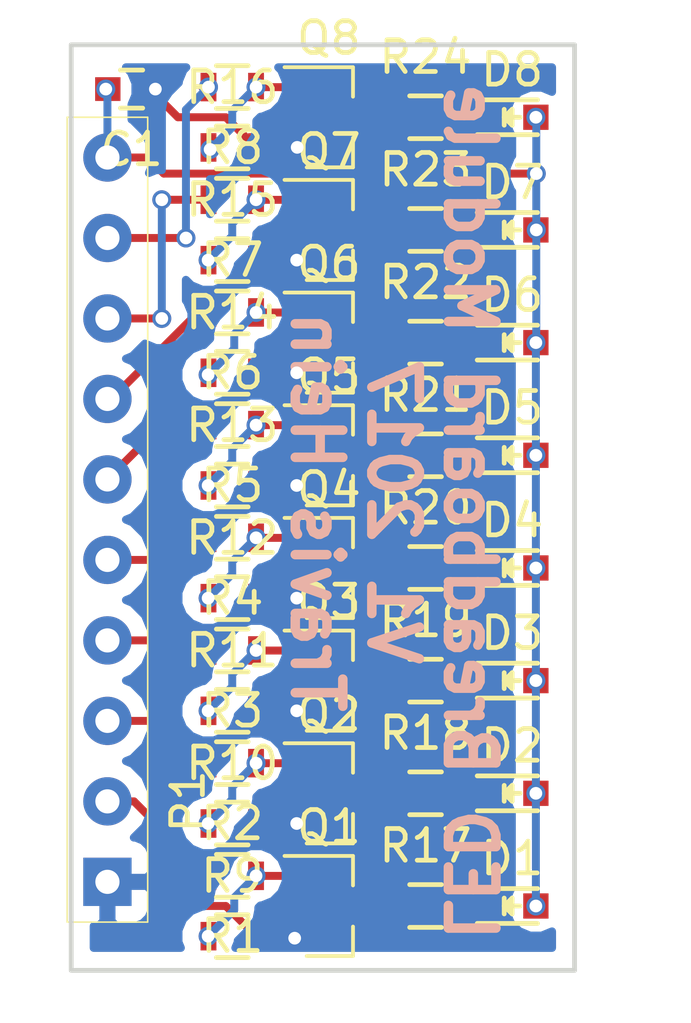
<source format=kicad_pcb>
(kicad_pcb (version 4) (host pcbnew 4.0.5)

  (general
    (links 66)
    (no_connects 0)
    (area 0 0 0 0)
    (thickness 1.6)
    (drawings 5)
    (tracks 183)
    (zones 0)
    (modules 42)
    (nets 35)
  )

  (page A4)
  (layers
    (0 F.Cu signal)
    (31 B.Cu signal)
    (32 B.Adhes user)
    (33 F.Adhes user)
    (34 B.Paste user)
    (35 F.Paste user)
    (36 B.SilkS user)
    (37 F.SilkS user)
    (38 B.Mask user)
    (39 F.Mask user)
    (40 Dwgs.User user)
    (41 Cmts.User user)
    (42 Eco1.User user)
    (43 Eco2.User user)
    (44 Edge.Cuts user)
    (45 Margin user)
    (46 B.CrtYd user)
    (47 F.CrtYd user)
    (48 B.Fab user)
    (49 F.Fab user)
  )

  (setup
    (last_trace_width 0.25)
    (trace_clearance 0.2)
    (zone_clearance 0.508)
    (zone_45_only no)
    (trace_min 0.2)
    (segment_width 0.2)
    (edge_width 0.15)
    (via_size 0.6)
    (via_drill 0.4)
    (via_min_size 0.4)
    (via_min_drill 0.3)
    (uvia_size 0.3)
    (uvia_drill 0.1)
    (uvias_allowed no)
    (uvia_min_size 0.2)
    (uvia_min_drill 0.1)
    (pcb_text_width 0.3)
    (pcb_text_size 1.5 1.5)
    (mod_edge_width 0.15)
    (mod_text_size 1 1)
    (mod_text_width 0.15)
    (pad_size 1.524 1.524)
    (pad_drill 0.762)
    (pad_to_mask_clearance 0.2)
    (aux_axis_origin 0 0)
    (visible_elements FFFCFF7F)
    (pcbplotparams
      (layerselection 0x00030_80000001)
      (usegerberextensions false)
      (excludeedgelayer true)
      (linewidth 0.100000)
      (plotframeref false)
      (viasonmask false)
      (mode 1)
      (useauxorigin false)
      (hpglpennumber 1)
      (hpglpenspeed 20)
      (hpglpendiameter 15)
      (hpglpenoverlay 2)
      (psnegative false)
      (psa4output false)
      (plotreference true)
      (plotvalue true)
      (plotinvisibletext false)
      (padsonsilk false)
      (subtractmaskfromsilk false)
      (outputformat 1)
      (mirror false)
      (drillshape 1)
      (scaleselection 1)
      (outputdirectory ""))
  )

  (net 0 "")
  (net 1 "Net-(D2-Pad1)")
  (net 2 "Net-(D3-Pad1)")
  (net 3 "Net-(D4-Pad1)")
  (net 4 "Net-(D5-Pad1)")
  (net 5 "Net-(D6-Pad1)")
  (net 6 "Net-(D7-Pad1)")
  (net 7 "Net-(D8-Pad1)")
  (net 8 /led1)
  (net 9 /led2)
  (net 10 /led3)
  (net 11 /led4)
  (net 12 /led5)
  (net 13 /led6)
  (net 14 /led7)
  (net 15 /led8)
  (net 16 "Net-(Q1-Pad1)")
  (net 17 "Net-(Q2-Pad1)")
  (net 18 "Net-(Q3-Pad1)")
  (net 19 "Net-(Q4-Pad1)")
  (net 20 "Net-(Q5-Pad1)")
  (net 21 "Net-(Q6-Pad1)")
  (net 22 "Net-(Q7-Pad1)")
  (net 23 "Net-(Q8-Pad1)")
  (net 24 /GND)
  (net 25 /VCC)
  (net 26 "Net-(D1-Pad1)")
  (net 27 "Net-(Q1-Pad3)")
  (net 28 "Net-(Q2-Pad3)")
  (net 29 "Net-(Q3-Pad3)")
  (net 30 "Net-(Q4-Pad3)")
  (net 31 "Net-(Q5-Pad3)")
  (net 32 "Net-(Q6-Pad3)")
  (net 33 "Net-(Q7-Pad3)")
  (net 34 "Net-(Q8-Pad3)")

  (net_class Default "This is the default net class."
    (clearance 0.2)
    (trace_width 0.25)
    (via_dia 0.6)
    (via_drill 0.4)
    (uvia_dia 0.3)
    (uvia_drill 0.1)
    (add_net /GND)
    (add_net /VCC)
    (add_net /led1)
    (add_net /led2)
    (add_net /led3)
    (add_net /led4)
    (add_net /led5)
    (add_net /led6)
    (add_net /led7)
    (add_net /led8)
    (add_net "Net-(D1-Pad1)")
    (add_net "Net-(D2-Pad1)")
    (add_net "Net-(D3-Pad1)")
    (add_net "Net-(D4-Pad1)")
    (add_net "Net-(D5-Pad1)")
    (add_net "Net-(D6-Pad1)")
    (add_net "Net-(D7-Pad1)")
    (add_net "Net-(D8-Pad1)")
    (add_net "Net-(Q1-Pad1)")
    (add_net "Net-(Q1-Pad3)")
    (add_net "Net-(Q2-Pad1)")
    (add_net "Net-(Q2-Pad3)")
    (add_net "Net-(Q3-Pad1)")
    (add_net "Net-(Q3-Pad3)")
    (add_net "Net-(Q4-Pad1)")
    (add_net "Net-(Q4-Pad3)")
    (add_net "Net-(Q5-Pad1)")
    (add_net "Net-(Q5-Pad3)")
    (add_net "Net-(Q6-Pad1)")
    (add_net "Net-(Q6-Pad3)")
    (add_net "Net-(Q7-Pad1)")
    (add_net "Net-(Q7-Pad3)")
    (add_net "Net-(Q8-Pad1)")
    (add_net "Net-(Q8-Pad3)")
  )

  (module Capacitors_SMD:C_0603 (layer F.Cu) (tedit 5415D631) (tstamp 58C0D8B4)
    (at 133.985 81.407 180)
    (descr "Capacitor SMD 0603, reflow soldering, AVX (see smccp.pdf)")
    (tags "capacitor 0603")
    (path /5897A3C2)
    (attr smd)
    (fp_text reference C1 (at 0 -1.9 180) (layer F.SilkS)
      (effects (font (size 1 1) (thickness 0.15)))
    )
    (fp_text value 0.1µF (at 0 1.9 180) (layer F.Fab)
      (effects (font (size 1 1) (thickness 0.15)))
    )
    (fp_line (start -0.8 0.4) (end -0.8 -0.4) (layer F.Fab) (width 0.15))
    (fp_line (start 0.8 0.4) (end -0.8 0.4) (layer F.Fab) (width 0.15))
    (fp_line (start 0.8 -0.4) (end 0.8 0.4) (layer F.Fab) (width 0.15))
    (fp_line (start -0.8 -0.4) (end 0.8 -0.4) (layer F.Fab) (width 0.15))
    (fp_line (start -1.45 -0.75) (end 1.45 -0.75) (layer F.CrtYd) (width 0.05))
    (fp_line (start -1.45 0.75) (end 1.45 0.75) (layer F.CrtYd) (width 0.05))
    (fp_line (start -1.45 -0.75) (end -1.45 0.75) (layer F.CrtYd) (width 0.05))
    (fp_line (start 1.45 -0.75) (end 1.45 0.75) (layer F.CrtYd) (width 0.05))
    (fp_line (start -0.35 -0.6) (end 0.35 -0.6) (layer F.SilkS) (width 0.15))
    (fp_line (start 0.35 0.6) (end -0.35 0.6) (layer F.SilkS) (width 0.15))
    (pad 1 smd rect (at -0.75 0 180) (size 0.8 0.75) (layers F.Cu F.Paste F.Mask)
      (net 24 /GND))
    (pad 2 smd rect (at 0.75 0 180) (size 0.8 0.75) (layers F.Cu F.Paste F.Mask)
      (net 25 /VCC))
    (model Capacitors_SMD.3dshapes/C_0603.wrl
      (at (xyz 0 0 0))
      (scale (xyz 1 1 1))
      (rotate (xyz 0 0 0))
    )
  )

  (module LEDs:LED_0603 (layer F.Cu) (tedit 55BDE255) (tstamp 58C0D8CD)
    (at 145.9865 107.188)
    (descr "LED 0603 smd package")
    (tags "LED led 0603 SMD smd SMT smt smdled SMDLED smtled SMTLED")
    (path /58C0D06A)
    (attr smd)
    (fp_text reference D1 (at 0 -1.5) (layer F.SilkS)
      (effects (font (size 1 1) (thickness 0.15)))
    )
    (fp_text value LTST-C190EKT (at 0 1.5) (layer F.Fab)
      (effects (font (size 1 1) (thickness 0.15)))
    )
    (fp_line (start -0.3 -0.2) (end -0.3 0.2) (layer F.Fab) (width 0.15))
    (fp_line (start -0.2 0) (end 0.1 -0.2) (layer F.Fab) (width 0.15))
    (fp_line (start 0.1 0.2) (end -0.2 0) (layer F.Fab) (width 0.15))
    (fp_line (start 0.1 -0.2) (end 0.1 0.2) (layer F.Fab) (width 0.15))
    (fp_line (start 0.8 0.4) (end -0.8 0.4) (layer F.Fab) (width 0.15))
    (fp_line (start 0.8 -0.4) (end 0.8 0.4) (layer F.Fab) (width 0.15))
    (fp_line (start -0.8 -0.4) (end 0.8 -0.4) (layer F.Fab) (width 0.15))
    (fp_line (start -0.8 0.4) (end -0.8 -0.4) (layer F.Fab) (width 0.15))
    (fp_line (start -1.1 0.55) (end 0.8 0.55) (layer F.SilkS) (width 0.15))
    (fp_line (start -1.1 -0.55) (end 0.8 -0.55) (layer F.SilkS) (width 0.15))
    (fp_line (start -0.2 0) (end 0.25 0) (layer F.SilkS) (width 0.15))
    (fp_line (start -0.25 -0.25) (end -0.25 0.25) (layer F.SilkS) (width 0.15))
    (fp_line (start -0.25 0) (end 0 -0.25) (layer F.SilkS) (width 0.15))
    (fp_line (start 0 -0.25) (end 0 0.25) (layer F.SilkS) (width 0.15))
    (fp_line (start 0 0.25) (end -0.25 0) (layer F.SilkS) (width 0.15))
    (fp_line (start 1.4 -0.75) (end 1.4 0.75) (layer F.CrtYd) (width 0.05))
    (fp_line (start 1.4 0.75) (end -1.4 0.75) (layer F.CrtYd) (width 0.05))
    (fp_line (start -1.4 0.75) (end -1.4 -0.75) (layer F.CrtYd) (width 0.05))
    (fp_line (start -1.4 -0.75) (end 1.4 -0.75) (layer F.CrtYd) (width 0.05))
    (pad 2 smd rect (at 0.7493 0 180) (size 0.79756 0.79756) (layers F.Cu F.Paste F.Mask)
      (net 25 /VCC))
    (pad 1 smd rect (at -0.7493 0 180) (size 0.79756 0.79756) (layers F.Cu F.Paste F.Mask)
      (net 26 "Net-(D1-Pad1)"))
    (model LEDs.3dshapes/LED_0603.wrl
      (at (xyz 0 0 0))
      (scale (xyz 1 1 1))
      (rotate (xyz 0 0 180))
    )
  )

  (module LEDs:LED_0603 (layer F.Cu) (tedit 55BDE255) (tstamp 58C0D8E6)
    (at 145.9865 103.632)
    (descr "LED 0603 smd package")
    (tags "LED led 0603 SMD smd SMT smt smdled SMDLED smtled SMTLED")
    (path /58C0E343)
    (attr smd)
    (fp_text reference D2 (at 0 -1.5) (layer F.SilkS)
      (effects (font (size 1 1) (thickness 0.15)))
    )
    (fp_text value LTST-C190EKT (at 0 1.5) (layer F.Fab)
      (effects (font (size 1 1) (thickness 0.15)))
    )
    (fp_line (start -0.3 -0.2) (end -0.3 0.2) (layer F.Fab) (width 0.15))
    (fp_line (start -0.2 0) (end 0.1 -0.2) (layer F.Fab) (width 0.15))
    (fp_line (start 0.1 0.2) (end -0.2 0) (layer F.Fab) (width 0.15))
    (fp_line (start 0.1 -0.2) (end 0.1 0.2) (layer F.Fab) (width 0.15))
    (fp_line (start 0.8 0.4) (end -0.8 0.4) (layer F.Fab) (width 0.15))
    (fp_line (start 0.8 -0.4) (end 0.8 0.4) (layer F.Fab) (width 0.15))
    (fp_line (start -0.8 -0.4) (end 0.8 -0.4) (layer F.Fab) (width 0.15))
    (fp_line (start -0.8 0.4) (end -0.8 -0.4) (layer F.Fab) (width 0.15))
    (fp_line (start -1.1 0.55) (end 0.8 0.55) (layer F.SilkS) (width 0.15))
    (fp_line (start -1.1 -0.55) (end 0.8 -0.55) (layer F.SilkS) (width 0.15))
    (fp_line (start -0.2 0) (end 0.25 0) (layer F.SilkS) (width 0.15))
    (fp_line (start -0.25 -0.25) (end -0.25 0.25) (layer F.SilkS) (width 0.15))
    (fp_line (start -0.25 0) (end 0 -0.25) (layer F.SilkS) (width 0.15))
    (fp_line (start 0 -0.25) (end 0 0.25) (layer F.SilkS) (width 0.15))
    (fp_line (start 0 0.25) (end -0.25 0) (layer F.SilkS) (width 0.15))
    (fp_line (start 1.4 -0.75) (end 1.4 0.75) (layer F.CrtYd) (width 0.05))
    (fp_line (start 1.4 0.75) (end -1.4 0.75) (layer F.CrtYd) (width 0.05))
    (fp_line (start -1.4 0.75) (end -1.4 -0.75) (layer F.CrtYd) (width 0.05))
    (fp_line (start -1.4 -0.75) (end 1.4 -0.75) (layer F.CrtYd) (width 0.05))
    (pad 2 smd rect (at 0.7493 0 180) (size 0.79756 0.79756) (layers F.Cu F.Paste F.Mask)
      (net 25 /VCC))
    (pad 1 smd rect (at -0.7493 0 180) (size 0.79756 0.79756) (layers F.Cu F.Paste F.Mask)
      (net 1 "Net-(D2-Pad1)"))
    (model LEDs.3dshapes/LED_0603.wrl
      (at (xyz 0 0 0))
      (scale (xyz 1 1 1))
      (rotate (xyz 0 0 180))
    )
  )

  (module LEDs:LED_0603 (layer F.Cu) (tedit 55BDE255) (tstamp 58C0D8FF)
    (at 145.9865 100.076)
    (descr "LED 0603 smd package")
    (tags "LED led 0603 SMD smd SMT smt smdled SMDLED smtled SMTLED")
    (path /58C0E6E7)
    (attr smd)
    (fp_text reference D3 (at 0 -1.5) (layer F.SilkS)
      (effects (font (size 1 1) (thickness 0.15)))
    )
    (fp_text value LTST-C190EKT (at 0 1.5) (layer F.Fab)
      (effects (font (size 1 1) (thickness 0.15)))
    )
    (fp_line (start -0.3 -0.2) (end -0.3 0.2) (layer F.Fab) (width 0.15))
    (fp_line (start -0.2 0) (end 0.1 -0.2) (layer F.Fab) (width 0.15))
    (fp_line (start 0.1 0.2) (end -0.2 0) (layer F.Fab) (width 0.15))
    (fp_line (start 0.1 -0.2) (end 0.1 0.2) (layer F.Fab) (width 0.15))
    (fp_line (start 0.8 0.4) (end -0.8 0.4) (layer F.Fab) (width 0.15))
    (fp_line (start 0.8 -0.4) (end 0.8 0.4) (layer F.Fab) (width 0.15))
    (fp_line (start -0.8 -0.4) (end 0.8 -0.4) (layer F.Fab) (width 0.15))
    (fp_line (start -0.8 0.4) (end -0.8 -0.4) (layer F.Fab) (width 0.15))
    (fp_line (start -1.1 0.55) (end 0.8 0.55) (layer F.SilkS) (width 0.15))
    (fp_line (start -1.1 -0.55) (end 0.8 -0.55) (layer F.SilkS) (width 0.15))
    (fp_line (start -0.2 0) (end 0.25 0) (layer F.SilkS) (width 0.15))
    (fp_line (start -0.25 -0.25) (end -0.25 0.25) (layer F.SilkS) (width 0.15))
    (fp_line (start -0.25 0) (end 0 -0.25) (layer F.SilkS) (width 0.15))
    (fp_line (start 0 -0.25) (end 0 0.25) (layer F.SilkS) (width 0.15))
    (fp_line (start 0 0.25) (end -0.25 0) (layer F.SilkS) (width 0.15))
    (fp_line (start 1.4 -0.75) (end 1.4 0.75) (layer F.CrtYd) (width 0.05))
    (fp_line (start 1.4 0.75) (end -1.4 0.75) (layer F.CrtYd) (width 0.05))
    (fp_line (start -1.4 0.75) (end -1.4 -0.75) (layer F.CrtYd) (width 0.05))
    (fp_line (start -1.4 -0.75) (end 1.4 -0.75) (layer F.CrtYd) (width 0.05))
    (pad 2 smd rect (at 0.7493 0 180) (size 0.79756 0.79756) (layers F.Cu F.Paste F.Mask)
      (net 25 /VCC))
    (pad 1 smd rect (at -0.7493 0 180) (size 0.79756 0.79756) (layers F.Cu F.Paste F.Mask)
      (net 2 "Net-(D3-Pad1)"))
    (model LEDs.3dshapes/LED_0603.wrl
      (at (xyz 0 0 0))
      (scale (xyz 1 1 1))
      (rotate (xyz 0 0 180))
    )
  )

  (module LEDs:LED_0603 (layer F.Cu) (tedit 55BDE255) (tstamp 58C0D918)
    (at 145.9865 96.52)
    (descr "LED 0603 smd package")
    (tags "LED led 0603 SMD smd SMT smt smdled SMDLED smtled SMTLED")
    (path /58C0E70D)
    (attr smd)
    (fp_text reference D4 (at 0 -1.5) (layer F.SilkS)
      (effects (font (size 1 1) (thickness 0.15)))
    )
    (fp_text value LTST-C190EKT (at 0 1.5) (layer F.Fab)
      (effects (font (size 1 1) (thickness 0.15)))
    )
    (fp_line (start -0.3 -0.2) (end -0.3 0.2) (layer F.Fab) (width 0.15))
    (fp_line (start -0.2 0) (end 0.1 -0.2) (layer F.Fab) (width 0.15))
    (fp_line (start 0.1 0.2) (end -0.2 0) (layer F.Fab) (width 0.15))
    (fp_line (start 0.1 -0.2) (end 0.1 0.2) (layer F.Fab) (width 0.15))
    (fp_line (start 0.8 0.4) (end -0.8 0.4) (layer F.Fab) (width 0.15))
    (fp_line (start 0.8 -0.4) (end 0.8 0.4) (layer F.Fab) (width 0.15))
    (fp_line (start -0.8 -0.4) (end 0.8 -0.4) (layer F.Fab) (width 0.15))
    (fp_line (start -0.8 0.4) (end -0.8 -0.4) (layer F.Fab) (width 0.15))
    (fp_line (start -1.1 0.55) (end 0.8 0.55) (layer F.SilkS) (width 0.15))
    (fp_line (start -1.1 -0.55) (end 0.8 -0.55) (layer F.SilkS) (width 0.15))
    (fp_line (start -0.2 0) (end 0.25 0) (layer F.SilkS) (width 0.15))
    (fp_line (start -0.25 -0.25) (end -0.25 0.25) (layer F.SilkS) (width 0.15))
    (fp_line (start -0.25 0) (end 0 -0.25) (layer F.SilkS) (width 0.15))
    (fp_line (start 0 -0.25) (end 0 0.25) (layer F.SilkS) (width 0.15))
    (fp_line (start 0 0.25) (end -0.25 0) (layer F.SilkS) (width 0.15))
    (fp_line (start 1.4 -0.75) (end 1.4 0.75) (layer F.CrtYd) (width 0.05))
    (fp_line (start 1.4 0.75) (end -1.4 0.75) (layer F.CrtYd) (width 0.05))
    (fp_line (start -1.4 0.75) (end -1.4 -0.75) (layer F.CrtYd) (width 0.05))
    (fp_line (start -1.4 -0.75) (end 1.4 -0.75) (layer F.CrtYd) (width 0.05))
    (pad 2 smd rect (at 0.7493 0 180) (size 0.79756 0.79756) (layers F.Cu F.Paste F.Mask)
      (net 25 /VCC))
    (pad 1 smd rect (at -0.7493 0 180) (size 0.79756 0.79756) (layers F.Cu F.Paste F.Mask)
      (net 3 "Net-(D4-Pad1)"))
    (model LEDs.3dshapes/LED_0603.wrl
      (at (xyz 0 0 0))
      (scale (xyz 1 1 1))
      (rotate (xyz 0 0 180))
    )
  )

  (module LEDs:LED_0603 (layer F.Cu) (tedit 55BDE255) (tstamp 58C0D931)
    (at 145.9865 92.964)
    (descr "LED 0603 smd package")
    (tags "LED led 0603 SMD smd SMT smt smdled SMDLED smtled SMTLED")
    (path /58C0F137)
    (attr smd)
    (fp_text reference D5 (at 0 -1.5) (layer F.SilkS)
      (effects (font (size 1 1) (thickness 0.15)))
    )
    (fp_text value LTST-C190EKT (at 0 1.5) (layer F.Fab)
      (effects (font (size 1 1) (thickness 0.15)))
    )
    (fp_line (start -0.3 -0.2) (end -0.3 0.2) (layer F.Fab) (width 0.15))
    (fp_line (start -0.2 0) (end 0.1 -0.2) (layer F.Fab) (width 0.15))
    (fp_line (start 0.1 0.2) (end -0.2 0) (layer F.Fab) (width 0.15))
    (fp_line (start 0.1 -0.2) (end 0.1 0.2) (layer F.Fab) (width 0.15))
    (fp_line (start 0.8 0.4) (end -0.8 0.4) (layer F.Fab) (width 0.15))
    (fp_line (start 0.8 -0.4) (end 0.8 0.4) (layer F.Fab) (width 0.15))
    (fp_line (start -0.8 -0.4) (end 0.8 -0.4) (layer F.Fab) (width 0.15))
    (fp_line (start -0.8 0.4) (end -0.8 -0.4) (layer F.Fab) (width 0.15))
    (fp_line (start -1.1 0.55) (end 0.8 0.55) (layer F.SilkS) (width 0.15))
    (fp_line (start -1.1 -0.55) (end 0.8 -0.55) (layer F.SilkS) (width 0.15))
    (fp_line (start -0.2 0) (end 0.25 0) (layer F.SilkS) (width 0.15))
    (fp_line (start -0.25 -0.25) (end -0.25 0.25) (layer F.SilkS) (width 0.15))
    (fp_line (start -0.25 0) (end 0 -0.25) (layer F.SilkS) (width 0.15))
    (fp_line (start 0 -0.25) (end 0 0.25) (layer F.SilkS) (width 0.15))
    (fp_line (start 0 0.25) (end -0.25 0) (layer F.SilkS) (width 0.15))
    (fp_line (start 1.4 -0.75) (end 1.4 0.75) (layer F.CrtYd) (width 0.05))
    (fp_line (start 1.4 0.75) (end -1.4 0.75) (layer F.CrtYd) (width 0.05))
    (fp_line (start -1.4 0.75) (end -1.4 -0.75) (layer F.CrtYd) (width 0.05))
    (fp_line (start -1.4 -0.75) (end 1.4 -0.75) (layer F.CrtYd) (width 0.05))
    (pad 2 smd rect (at 0.7493 0 180) (size 0.79756 0.79756) (layers F.Cu F.Paste F.Mask)
      (net 25 /VCC))
    (pad 1 smd rect (at -0.7493 0 180) (size 0.79756 0.79756) (layers F.Cu F.Paste F.Mask)
      (net 4 "Net-(D5-Pad1)"))
    (model LEDs.3dshapes/LED_0603.wrl
      (at (xyz 0 0 0))
      (scale (xyz 1 1 1))
      (rotate (xyz 0 0 180))
    )
  )

  (module LEDs:LED_0603 (layer F.Cu) (tedit 55BDE255) (tstamp 58C0D94A)
    (at 145.9865 89.408)
    (descr "LED 0603 smd package")
    (tags "LED led 0603 SMD smd SMT smt smdled SMDLED smtled SMTLED")
    (path /58C0F15D)
    (attr smd)
    (fp_text reference D6 (at 0 -1.5) (layer F.SilkS)
      (effects (font (size 1 1) (thickness 0.15)))
    )
    (fp_text value LTST-C190EKT (at 0 1.5) (layer F.Fab)
      (effects (font (size 1 1) (thickness 0.15)))
    )
    (fp_line (start -0.3 -0.2) (end -0.3 0.2) (layer F.Fab) (width 0.15))
    (fp_line (start -0.2 0) (end 0.1 -0.2) (layer F.Fab) (width 0.15))
    (fp_line (start 0.1 0.2) (end -0.2 0) (layer F.Fab) (width 0.15))
    (fp_line (start 0.1 -0.2) (end 0.1 0.2) (layer F.Fab) (width 0.15))
    (fp_line (start 0.8 0.4) (end -0.8 0.4) (layer F.Fab) (width 0.15))
    (fp_line (start 0.8 -0.4) (end 0.8 0.4) (layer F.Fab) (width 0.15))
    (fp_line (start -0.8 -0.4) (end 0.8 -0.4) (layer F.Fab) (width 0.15))
    (fp_line (start -0.8 0.4) (end -0.8 -0.4) (layer F.Fab) (width 0.15))
    (fp_line (start -1.1 0.55) (end 0.8 0.55) (layer F.SilkS) (width 0.15))
    (fp_line (start -1.1 -0.55) (end 0.8 -0.55) (layer F.SilkS) (width 0.15))
    (fp_line (start -0.2 0) (end 0.25 0) (layer F.SilkS) (width 0.15))
    (fp_line (start -0.25 -0.25) (end -0.25 0.25) (layer F.SilkS) (width 0.15))
    (fp_line (start -0.25 0) (end 0 -0.25) (layer F.SilkS) (width 0.15))
    (fp_line (start 0 -0.25) (end 0 0.25) (layer F.SilkS) (width 0.15))
    (fp_line (start 0 0.25) (end -0.25 0) (layer F.SilkS) (width 0.15))
    (fp_line (start 1.4 -0.75) (end 1.4 0.75) (layer F.CrtYd) (width 0.05))
    (fp_line (start 1.4 0.75) (end -1.4 0.75) (layer F.CrtYd) (width 0.05))
    (fp_line (start -1.4 0.75) (end -1.4 -0.75) (layer F.CrtYd) (width 0.05))
    (fp_line (start -1.4 -0.75) (end 1.4 -0.75) (layer F.CrtYd) (width 0.05))
    (pad 2 smd rect (at 0.7493 0 180) (size 0.79756 0.79756) (layers F.Cu F.Paste F.Mask)
      (net 25 /VCC))
    (pad 1 smd rect (at -0.7493 0 180) (size 0.79756 0.79756) (layers F.Cu F.Paste F.Mask)
      (net 5 "Net-(D6-Pad1)"))
    (model LEDs.3dshapes/LED_0603.wrl
      (at (xyz 0 0 0))
      (scale (xyz 1 1 1))
      (rotate (xyz 0 0 180))
    )
  )

  (module LEDs:LED_0603 (layer F.Cu) (tedit 55BDE255) (tstamp 58C0D963)
    (at 145.9865 85.852)
    (descr "LED 0603 smd package")
    (tags "LED led 0603 SMD smd SMT smt smdled SMDLED smtled SMTLED")
    (path /58C0F183)
    (attr smd)
    (fp_text reference D7 (at 0 -1.5) (layer F.SilkS)
      (effects (font (size 1 1) (thickness 0.15)))
    )
    (fp_text value LTST-C190EKT (at 0 1.5) (layer F.Fab)
      (effects (font (size 1 1) (thickness 0.15)))
    )
    (fp_line (start -0.3 -0.2) (end -0.3 0.2) (layer F.Fab) (width 0.15))
    (fp_line (start -0.2 0) (end 0.1 -0.2) (layer F.Fab) (width 0.15))
    (fp_line (start 0.1 0.2) (end -0.2 0) (layer F.Fab) (width 0.15))
    (fp_line (start 0.1 -0.2) (end 0.1 0.2) (layer F.Fab) (width 0.15))
    (fp_line (start 0.8 0.4) (end -0.8 0.4) (layer F.Fab) (width 0.15))
    (fp_line (start 0.8 -0.4) (end 0.8 0.4) (layer F.Fab) (width 0.15))
    (fp_line (start -0.8 -0.4) (end 0.8 -0.4) (layer F.Fab) (width 0.15))
    (fp_line (start -0.8 0.4) (end -0.8 -0.4) (layer F.Fab) (width 0.15))
    (fp_line (start -1.1 0.55) (end 0.8 0.55) (layer F.SilkS) (width 0.15))
    (fp_line (start -1.1 -0.55) (end 0.8 -0.55) (layer F.SilkS) (width 0.15))
    (fp_line (start -0.2 0) (end 0.25 0) (layer F.SilkS) (width 0.15))
    (fp_line (start -0.25 -0.25) (end -0.25 0.25) (layer F.SilkS) (width 0.15))
    (fp_line (start -0.25 0) (end 0 -0.25) (layer F.SilkS) (width 0.15))
    (fp_line (start 0 -0.25) (end 0 0.25) (layer F.SilkS) (width 0.15))
    (fp_line (start 0 0.25) (end -0.25 0) (layer F.SilkS) (width 0.15))
    (fp_line (start 1.4 -0.75) (end 1.4 0.75) (layer F.CrtYd) (width 0.05))
    (fp_line (start 1.4 0.75) (end -1.4 0.75) (layer F.CrtYd) (width 0.05))
    (fp_line (start -1.4 0.75) (end -1.4 -0.75) (layer F.CrtYd) (width 0.05))
    (fp_line (start -1.4 -0.75) (end 1.4 -0.75) (layer F.CrtYd) (width 0.05))
    (pad 2 smd rect (at 0.7493 0 180) (size 0.79756 0.79756) (layers F.Cu F.Paste F.Mask)
      (net 25 /VCC))
    (pad 1 smd rect (at -0.7493 0 180) (size 0.79756 0.79756) (layers F.Cu F.Paste F.Mask)
      (net 6 "Net-(D7-Pad1)"))
    (model LEDs.3dshapes/LED_0603.wrl
      (at (xyz 0 0 0))
      (scale (xyz 1 1 1))
      (rotate (xyz 0 0 180))
    )
  )

  (module LEDs:LED_0603 (layer F.Cu) (tedit 55BDE255) (tstamp 58C0D97C)
    (at 145.9865 82.296)
    (descr "LED 0603 smd package")
    (tags "LED led 0603 SMD smd SMT smt smdled SMDLED smtled SMTLED")
    (path /58C0F1A9)
    (attr smd)
    (fp_text reference D8 (at 0 -1.5) (layer F.SilkS)
      (effects (font (size 1 1) (thickness 0.15)))
    )
    (fp_text value LTST-C190EKT (at 0 1.5) (layer F.Fab)
      (effects (font (size 1 1) (thickness 0.15)))
    )
    (fp_line (start -0.3 -0.2) (end -0.3 0.2) (layer F.Fab) (width 0.15))
    (fp_line (start -0.2 0) (end 0.1 -0.2) (layer F.Fab) (width 0.15))
    (fp_line (start 0.1 0.2) (end -0.2 0) (layer F.Fab) (width 0.15))
    (fp_line (start 0.1 -0.2) (end 0.1 0.2) (layer F.Fab) (width 0.15))
    (fp_line (start 0.8 0.4) (end -0.8 0.4) (layer F.Fab) (width 0.15))
    (fp_line (start 0.8 -0.4) (end 0.8 0.4) (layer F.Fab) (width 0.15))
    (fp_line (start -0.8 -0.4) (end 0.8 -0.4) (layer F.Fab) (width 0.15))
    (fp_line (start -0.8 0.4) (end -0.8 -0.4) (layer F.Fab) (width 0.15))
    (fp_line (start -1.1 0.55) (end 0.8 0.55) (layer F.SilkS) (width 0.15))
    (fp_line (start -1.1 -0.55) (end 0.8 -0.55) (layer F.SilkS) (width 0.15))
    (fp_line (start -0.2 0) (end 0.25 0) (layer F.SilkS) (width 0.15))
    (fp_line (start -0.25 -0.25) (end -0.25 0.25) (layer F.SilkS) (width 0.15))
    (fp_line (start -0.25 0) (end 0 -0.25) (layer F.SilkS) (width 0.15))
    (fp_line (start 0 -0.25) (end 0 0.25) (layer F.SilkS) (width 0.15))
    (fp_line (start 0 0.25) (end -0.25 0) (layer F.SilkS) (width 0.15))
    (fp_line (start 1.4 -0.75) (end 1.4 0.75) (layer F.CrtYd) (width 0.05))
    (fp_line (start 1.4 0.75) (end -1.4 0.75) (layer F.CrtYd) (width 0.05))
    (fp_line (start -1.4 0.75) (end -1.4 -0.75) (layer F.CrtYd) (width 0.05))
    (fp_line (start -1.4 -0.75) (end 1.4 -0.75) (layer F.CrtYd) (width 0.05))
    (pad 2 smd rect (at 0.7493 0 180) (size 0.79756 0.79756) (layers F.Cu F.Paste F.Mask)
      (net 25 /VCC))
    (pad 1 smd rect (at -0.7493 0 180) (size 0.79756 0.79756) (layers F.Cu F.Paste F.Mask)
      (net 7 "Net-(D8-Pad1)"))
    (model LEDs.3dshapes/LED_0603.wrl
      (at (xyz 0 0 0))
      (scale (xyz 1 1 1))
      (rotate (xyz 0 0 180))
    )
  )

  (module Local:Header_pins_2.54mm_1x10 (layer F.Cu) (tedit 58BBB87C) (tstamp 58C0D992)
    (at 133.223 106.426 90)
    (path /58C0CCF1)
    (fp_text reference P1 (at 2.54 2.54 90) (layer F.SilkS)
      (effects (font (size 1 1) (thickness 0.15)))
    )
    (fp_text value CONN_01X10 (at 6.985 -2.54 90) (layer F.Fab)
      (effects (font (size 1 1) (thickness 0.15)))
    )
    (fp_line (start -1.27 -1.27) (end 24.13 -1.27) (layer F.SilkS) (width 0.05))
    (fp_line (start 24.13 -1.27) (end 24.13 1.27) (layer F.SilkS) (width 0.05))
    (fp_line (start 24.13 1.27) (end -1.27 1.27) (layer F.SilkS) (width 0.05))
    (fp_line (start -1.27 1.27) (end -1.27 -1.27) (layer F.SilkS) (width 0.05))
    (fp_line (start -1.27 -1.27) (end 24.13 -1.27) (layer F.CrtYd) (width 0.05))
    (fp_line (start 24.13 -1.27) (end 24.13 1.27) (layer F.CrtYd) (width 0.05))
    (fp_line (start 24.13 1.27) (end -1.27 1.27) (layer F.CrtYd) (width 0.05))
    (fp_line (start -1.27 1.27) (end -1.27 -1.27) (layer F.CrtYd) (width 0.05))
    (pad 1 thru_hole rect (at 0 0 90) (size 1.524 1.524) (drill 0.762) (layers *.Cu *.Mask)
      (net 24 /GND))
    (pad 2 thru_hole circle (at 2.54 0 90) (size 1.524 1.524) (drill 0.762) (layers *.Cu *.Mask)
      (net 8 /led1))
    (pad 3 thru_hole circle (at 5.08 0 90) (size 1.524 1.524) (drill 0.762) (layers *.Cu *.Mask)
      (net 9 /led2))
    (pad 4 thru_hole circle (at 7.62 0 90) (size 1.524 1.524) (drill 0.762) (layers *.Cu *.Mask)
      (net 10 /led3))
    (pad 5 thru_hole circle (at 10.16 0 90) (size 1.524 1.524) (drill 0.762) (layers *.Cu *.Mask)
      (net 11 /led4))
    (pad 6 thru_hole circle (at 12.7 0 90) (size 1.524 1.524) (drill 0.762) (layers *.Cu *.Mask)
      (net 12 /led5))
    (pad 7 thru_hole circle (at 15.24 0 90) (size 1.524 1.524) (drill 0.762) (layers *.Cu *.Mask)
      (net 13 /led6))
    (pad 8 thru_hole circle (at 17.78 0 90) (size 1.524 1.524) (drill 0.762) (layers *.Cu *.Mask)
      (net 14 /led7))
    (pad 9 thru_hole circle (at 20.32 0 90) (size 1.524 1.524) (drill 0.762) (layers *.Cu *.Mask)
      (net 15 /led8))
    (pad 10 thru_hole circle (at 22.86 0 90) (size 1.524 1.524) (drill 0.762) (layers *.Cu *.Mask)
      (net 25 /VCC))
  )

  (module TO_SOT_Packages_SMD:SOT-23 (layer F.Cu) (tedit 583F39EB) (tstamp 58C0D9A5)
    (at 140.208 107.188)
    (descr "SOT-23, Standard")
    (tags SOT-23)
    (path /58C0D04E)
    (attr smd)
    (fp_text reference Q1 (at 0 -2.5) (layer F.SilkS)
      (effects (font (size 1 1) (thickness 0.15)))
    )
    (fp_text value MMBT3904L (at 0 2.5) (layer F.Fab)
      (effects (font (size 1 1) (thickness 0.15)))
    )
    (fp_line (start 0.76 1.58) (end 0.76 0.65) (layer F.SilkS) (width 0.12))
    (fp_line (start 0.76 -1.58) (end 0.76 -0.65) (layer F.SilkS) (width 0.12))
    (fp_line (start 0.7 -1.52) (end 0.7 1.52) (layer F.Fab) (width 0.15))
    (fp_line (start -0.7 1.52) (end 0.7 1.52) (layer F.Fab) (width 0.15))
    (fp_line (start -1.7 -1.75) (end 1.7 -1.75) (layer F.CrtYd) (width 0.05))
    (fp_line (start 1.7 -1.75) (end 1.7 1.75) (layer F.CrtYd) (width 0.05))
    (fp_line (start 1.7 1.75) (end -1.7 1.75) (layer F.CrtYd) (width 0.05))
    (fp_line (start -1.7 1.75) (end -1.7 -1.75) (layer F.CrtYd) (width 0.05))
    (fp_line (start 0.76 -1.58) (end -1.4 -1.58) (layer F.SilkS) (width 0.12))
    (fp_line (start -0.7 -1.52) (end 0.7 -1.52) (layer F.Fab) (width 0.15))
    (fp_line (start -0.7 -1.52) (end -0.7 1.52) (layer F.Fab) (width 0.15))
    (fp_line (start 0.76 1.58) (end -0.7 1.58) (layer F.SilkS) (width 0.12))
    (pad 1 smd rect (at -1 -0.95) (size 0.9 0.8) (layers F.Cu F.Paste F.Mask)
      (net 16 "Net-(Q1-Pad1)"))
    (pad 2 smd rect (at -1 0.95) (size 0.9 0.8) (layers F.Cu F.Paste F.Mask)
      (net 24 /GND))
    (pad 3 smd rect (at 1 0) (size 0.9 0.8) (layers F.Cu F.Paste F.Mask)
      (net 27 "Net-(Q1-Pad3)"))
    (model TO_SOT_Packages_SMD.3dshapes/SOT-23.wrl
      (at (xyz 0 0 0))
      (scale (xyz 1 1 1))
      (rotate (xyz 0 0 90))
    )
  )

  (module TO_SOT_Packages_SMD:SOT-23 (layer F.Cu) (tedit 583F39EB) (tstamp 58C0D9B8)
    (at 140.208 103.632)
    (descr "SOT-23, Standard")
    (tags SOT-23)
    (path /58C0E33D)
    (attr smd)
    (fp_text reference Q2 (at 0 -2.5) (layer F.SilkS)
      (effects (font (size 1 1) (thickness 0.15)))
    )
    (fp_text value MMBT3904L (at 0 2.5) (layer F.Fab)
      (effects (font (size 1 1) (thickness 0.15)))
    )
    (fp_line (start 0.76 1.58) (end 0.76 0.65) (layer F.SilkS) (width 0.12))
    (fp_line (start 0.76 -1.58) (end 0.76 -0.65) (layer F.SilkS) (width 0.12))
    (fp_line (start 0.7 -1.52) (end 0.7 1.52) (layer F.Fab) (width 0.15))
    (fp_line (start -0.7 1.52) (end 0.7 1.52) (layer F.Fab) (width 0.15))
    (fp_line (start -1.7 -1.75) (end 1.7 -1.75) (layer F.CrtYd) (width 0.05))
    (fp_line (start 1.7 -1.75) (end 1.7 1.75) (layer F.CrtYd) (width 0.05))
    (fp_line (start 1.7 1.75) (end -1.7 1.75) (layer F.CrtYd) (width 0.05))
    (fp_line (start -1.7 1.75) (end -1.7 -1.75) (layer F.CrtYd) (width 0.05))
    (fp_line (start 0.76 -1.58) (end -1.4 -1.58) (layer F.SilkS) (width 0.12))
    (fp_line (start -0.7 -1.52) (end 0.7 -1.52) (layer F.Fab) (width 0.15))
    (fp_line (start -0.7 -1.52) (end -0.7 1.52) (layer F.Fab) (width 0.15))
    (fp_line (start 0.76 1.58) (end -0.7 1.58) (layer F.SilkS) (width 0.12))
    (pad 1 smd rect (at -1 -0.95) (size 0.9 0.8) (layers F.Cu F.Paste F.Mask)
      (net 17 "Net-(Q2-Pad1)"))
    (pad 2 smd rect (at -1 0.95) (size 0.9 0.8) (layers F.Cu F.Paste F.Mask)
      (net 24 /GND))
    (pad 3 smd rect (at 1 0) (size 0.9 0.8) (layers F.Cu F.Paste F.Mask)
      (net 28 "Net-(Q2-Pad3)"))
    (model TO_SOT_Packages_SMD.3dshapes/SOT-23.wrl
      (at (xyz 0 0 0))
      (scale (xyz 1 1 1))
      (rotate (xyz 0 0 90))
    )
  )

  (module TO_SOT_Packages_SMD:SOT-23 (layer F.Cu) (tedit 583F39EB) (tstamp 58C0D9CB)
    (at 140.208 100.076)
    (descr "SOT-23, Standard")
    (tags SOT-23)
    (path /58C0E6E1)
    (attr smd)
    (fp_text reference Q3 (at 0 -2.5) (layer F.SilkS)
      (effects (font (size 1 1) (thickness 0.15)))
    )
    (fp_text value MMBT3904L (at 0 2.5) (layer F.Fab)
      (effects (font (size 1 1) (thickness 0.15)))
    )
    (fp_line (start 0.76 1.58) (end 0.76 0.65) (layer F.SilkS) (width 0.12))
    (fp_line (start 0.76 -1.58) (end 0.76 -0.65) (layer F.SilkS) (width 0.12))
    (fp_line (start 0.7 -1.52) (end 0.7 1.52) (layer F.Fab) (width 0.15))
    (fp_line (start -0.7 1.52) (end 0.7 1.52) (layer F.Fab) (width 0.15))
    (fp_line (start -1.7 -1.75) (end 1.7 -1.75) (layer F.CrtYd) (width 0.05))
    (fp_line (start 1.7 -1.75) (end 1.7 1.75) (layer F.CrtYd) (width 0.05))
    (fp_line (start 1.7 1.75) (end -1.7 1.75) (layer F.CrtYd) (width 0.05))
    (fp_line (start -1.7 1.75) (end -1.7 -1.75) (layer F.CrtYd) (width 0.05))
    (fp_line (start 0.76 -1.58) (end -1.4 -1.58) (layer F.SilkS) (width 0.12))
    (fp_line (start -0.7 -1.52) (end 0.7 -1.52) (layer F.Fab) (width 0.15))
    (fp_line (start -0.7 -1.52) (end -0.7 1.52) (layer F.Fab) (width 0.15))
    (fp_line (start 0.76 1.58) (end -0.7 1.58) (layer F.SilkS) (width 0.12))
    (pad 1 smd rect (at -1 -0.95) (size 0.9 0.8) (layers F.Cu F.Paste F.Mask)
      (net 18 "Net-(Q3-Pad1)"))
    (pad 2 smd rect (at -1 0.95) (size 0.9 0.8) (layers F.Cu F.Paste F.Mask)
      (net 24 /GND))
    (pad 3 smd rect (at 1 0) (size 0.9 0.8) (layers F.Cu F.Paste F.Mask)
      (net 29 "Net-(Q3-Pad3)"))
    (model TO_SOT_Packages_SMD.3dshapes/SOT-23.wrl
      (at (xyz 0 0 0))
      (scale (xyz 1 1 1))
      (rotate (xyz 0 0 90))
    )
  )

  (module TO_SOT_Packages_SMD:SOT-23 (layer F.Cu) (tedit 583F39EB) (tstamp 58C0D9DE)
    (at 140.208 96.52)
    (descr "SOT-23, Standard")
    (tags SOT-23)
    (path /58C0E707)
    (attr smd)
    (fp_text reference Q4 (at 0 -2.5) (layer F.SilkS)
      (effects (font (size 1 1) (thickness 0.15)))
    )
    (fp_text value MMBT3904L (at 0 2.5) (layer F.Fab)
      (effects (font (size 1 1) (thickness 0.15)))
    )
    (fp_line (start 0.76 1.58) (end 0.76 0.65) (layer F.SilkS) (width 0.12))
    (fp_line (start 0.76 -1.58) (end 0.76 -0.65) (layer F.SilkS) (width 0.12))
    (fp_line (start 0.7 -1.52) (end 0.7 1.52) (layer F.Fab) (width 0.15))
    (fp_line (start -0.7 1.52) (end 0.7 1.52) (layer F.Fab) (width 0.15))
    (fp_line (start -1.7 -1.75) (end 1.7 -1.75) (layer F.CrtYd) (width 0.05))
    (fp_line (start 1.7 -1.75) (end 1.7 1.75) (layer F.CrtYd) (width 0.05))
    (fp_line (start 1.7 1.75) (end -1.7 1.75) (layer F.CrtYd) (width 0.05))
    (fp_line (start -1.7 1.75) (end -1.7 -1.75) (layer F.CrtYd) (width 0.05))
    (fp_line (start 0.76 -1.58) (end -1.4 -1.58) (layer F.SilkS) (width 0.12))
    (fp_line (start -0.7 -1.52) (end 0.7 -1.52) (layer F.Fab) (width 0.15))
    (fp_line (start -0.7 -1.52) (end -0.7 1.52) (layer F.Fab) (width 0.15))
    (fp_line (start 0.76 1.58) (end -0.7 1.58) (layer F.SilkS) (width 0.12))
    (pad 1 smd rect (at -1 -0.95) (size 0.9 0.8) (layers F.Cu F.Paste F.Mask)
      (net 19 "Net-(Q4-Pad1)"))
    (pad 2 smd rect (at -1 0.95) (size 0.9 0.8) (layers F.Cu F.Paste F.Mask)
      (net 24 /GND))
    (pad 3 smd rect (at 1 0) (size 0.9 0.8) (layers F.Cu F.Paste F.Mask)
      (net 30 "Net-(Q4-Pad3)"))
    (model TO_SOT_Packages_SMD.3dshapes/SOT-23.wrl
      (at (xyz 0 0 0))
      (scale (xyz 1 1 1))
      (rotate (xyz 0 0 90))
    )
  )

  (module TO_SOT_Packages_SMD:SOT-23 (layer F.Cu) (tedit 583F39EB) (tstamp 58C0D9F1)
    (at 140.208 92.964)
    (descr "SOT-23, Standard")
    (tags SOT-23)
    (path /58C0F131)
    (attr smd)
    (fp_text reference Q5 (at 0 -2.5) (layer F.SilkS)
      (effects (font (size 1 1) (thickness 0.15)))
    )
    (fp_text value MMBT3904L (at 0 2.5) (layer F.Fab)
      (effects (font (size 1 1) (thickness 0.15)))
    )
    (fp_line (start 0.76 1.58) (end 0.76 0.65) (layer F.SilkS) (width 0.12))
    (fp_line (start 0.76 -1.58) (end 0.76 -0.65) (layer F.SilkS) (width 0.12))
    (fp_line (start 0.7 -1.52) (end 0.7 1.52) (layer F.Fab) (width 0.15))
    (fp_line (start -0.7 1.52) (end 0.7 1.52) (layer F.Fab) (width 0.15))
    (fp_line (start -1.7 -1.75) (end 1.7 -1.75) (layer F.CrtYd) (width 0.05))
    (fp_line (start 1.7 -1.75) (end 1.7 1.75) (layer F.CrtYd) (width 0.05))
    (fp_line (start 1.7 1.75) (end -1.7 1.75) (layer F.CrtYd) (width 0.05))
    (fp_line (start -1.7 1.75) (end -1.7 -1.75) (layer F.CrtYd) (width 0.05))
    (fp_line (start 0.76 -1.58) (end -1.4 -1.58) (layer F.SilkS) (width 0.12))
    (fp_line (start -0.7 -1.52) (end 0.7 -1.52) (layer F.Fab) (width 0.15))
    (fp_line (start -0.7 -1.52) (end -0.7 1.52) (layer F.Fab) (width 0.15))
    (fp_line (start 0.76 1.58) (end -0.7 1.58) (layer F.SilkS) (width 0.12))
    (pad 1 smd rect (at -1 -0.95) (size 0.9 0.8) (layers F.Cu F.Paste F.Mask)
      (net 20 "Net-(Q5-Pad1)"))
    (pad 2 smd rect (at -1 0.95) (size 0.9 0.8) (layers F.Cu F.Paste F.Mask)
      (net 24 /GND))
    (pad 3 smd rect (at 1 0) (size 0.9 0.8) (layers F.Cu F.Paste F.Mask)
      (net 31 "Net-(Q5-Pad3)"))
    (model TO_SOT_Packages_SMD.3dshapes/SOT-23.wrl
      (at (xyz 0 0 0))
      (scale (xyz 1 1 1))
      (rotate (xyz 0 0 90))
    )
  )

  (module TO_SOT_Packages_SMD:SOT-23 (layer F.Cu) (tedit 583F39EB) (tstamp 58C0DA04)
    (at 140.208 89.408)
    (descr "SOT-23, Standard")
    (tags SOT-23)
    (path /58C0F157)
    (attr smd)
    (fp_text reference Q6 (at 0 -2.5) (layer F.SilkS)
      (effects (font (size 1 1) (thickness 0.15)))
    )
    (fp_text value MMBT3904L (at 0 2.5) (layer F.Fab)
      (effects (font (size 1 1) (thickness 0.15)))
    )
    (fp_line (start 0.76 1.58) (end 0.76 0.65) (layer F.SilkS) (width 0.12))
    (fp_line (start 0.76 -1.58) (end 0.76 -0.65) (layer F.SilkS) (width 0.12))
    (fp_line (start 0.7 -1.52) (end 0.7 1.52) (layer F.Fab) (width 0.15))
    (fp_line (start -0.7 1.52) (end 0.7 1.52) (layer F.Fab) (width 0.15))
    (fp_line (start -1.7 -1.75) (end 1.7 -1.75) (layer F.CrtYd) (width 0.05))
    (fp_line (start 1.7 -1.75) (end 1.7 1.75) (layer F.CrtYd) (width 0.05))
    (fp_line (start 1.7 1.75) (end -1.7 1.75) (layer F.CrtYd) (width 0.05))
    (fp_line (start -1.7 1.75) (end -1.7 -1.75) (layer F.CrtYd) (width 0.05))
    (fp_line (start 0.76 -1.58) (end -1.4 -1.58) (layer F.SilkS) (width 0.12))
    (fp_line (start -0.7 -1.52) (end 0.7 -1.52) (layer F.Fab) (width 0.15))
    (fp_line (start -0.7 -1.52) (end -0.7 1.52) (layer F.Fab) (width 0.15))
    (fp_line (start 0.76 1.58) (end -0.7 1.58) (layer F.SilkS) (width 0.12))
    (pad 1 smd rect (at -1 -0.95) (size 0.9 0.8) (layers F.Cu F.Paste F.Mask)
      (net 21 "Net-(Q6-Pad1)"))
    (pad 2 smd rect (at -1 0.95) (size 0.9 0.8) (layers F.Cu F.Paste F.Mask)
      (net 24 /GND))
    (pad 3 smd rect (at 1 0) (size 0.9 0.8) (layers F.Cu F.Paste F.Mask)
      (net 32 "Net-(Q6-Pad3)"))
    (model TO_SOT_Packages_SMD.3dshapes/SOT-23.wrl
      (at (xyz 0 0 0))
      (scale (xyz 1 1 1))
      (rotate (xyz 0 0 90))
    )
  )

  (module TO_SOT_Packages_SMD:SOT-23 (layer F.Cu) (tedit 583F39EB) (tstamp 58C0DA17)
    (at 140.208 85.852)
    (descr "SOT-23, Standard")
    (tags SOT-23)
    (path /58C0F17D)
    (attr smd)
    (fp_text reference Q7 (at 0 -2.5) (layer F.SilkS)
      (effects (font (size 1 1) (thickness 0.15)))
    )
    (fp_text value MMBT3904L (at 0 2.5) (layer F.Fab)
      (effects (font (size 1 1) (thickness 0.15)))
    )
    (fp_line (start 0.76 1.58) (end 0.76 0.65) (layer F.SilkS) (width 0.12))
    (fp_line (start 0.76 -1.58) (end 0.76 -0.65) (layer F.SilkS) (width 0.12))
    (fp_line (start 0.7 -1.52) (end 0.7 1.52) (layer F.Fab) (width 0.15))
    (fp_line (start -0.7 1.52) (end 0.7 1.52) (layer F.Fab) (width 0.15))
    (fp_line (start -1.7 -1.75) (end 1.7 -1.75) (layer F.CrtYd) (width 0.05))
    (fp_line (start 1.7 -1.75) (end 1.7 1.75) (layer F.CrtYd) (width 0.05))
    (fp_line (start 1.7 1.75) (end -1.7 1.75) (layer F.CrtYd) (width 0.05))
    (fp_line (start -1.7 1.75) (end -1.7 -1.75) (layer F.CrtYd) (width 0.05))
    (fp_line (start 0.76 -1.58) (end -1.4 -1.58) (layer F.SilkS) (width 0.12))
    (fp_line (start -0.7 -1.52) (end 0.7 -1.52) (layer F.Fab) (width 0.15))
    (fp_line (start -0.7 -1.52) (end -0.7 1.52) (layer F.Fab) (width 0.15))
    (fp_line (start 0.76 1.58) (end -0.7 1.58) (layer F.SilkS) (width 0.12))
    (pad 1 smd rect (at -1 -0.95) (size 0.9 0.8) (layers F.Cu F.Paste F.Mask)
      (net 22 "Net-(Q7-Pad1)"))
    (pad 2 smd rect (at -1 0.95) (size 0.9 0.8) (layers F.Cu F.Paste F.Mask)
      (net 24 /GND))
    (pad 3 smd rect (at 1 0) (size 0.9 0.8) (layers F.Cu F.Paste F.Mask)
      (net 33 "Net-(Q7-Pad3)"))
    (model TO_SOT_Packages_SMD.3dshapes/SOT-23.wrl
      (at (xyz 0 0 0))
      (scale (xyz 1 1 1))
      (rotate (xyz 0 0 90))
    )
  )

  (module TO_SOT_Packages_SMD:SOT-23 (layer F.Cu) (tedit 583F39EB) (tstamp 58C0DA2A)
    (at 140.208 82.296)
    (descr "SOT-23, Standard")
    (tags SOT-23)
    (path /58C0F1A3)
    (attr smd)
    (fp_text reference Q8 (at 0 -2.5) (layer F.SilkS)
      (effects (font (size 1 1) (thickness 0.15)))
    )
    (fp_text value MMBT3904L (at 0 2.5) (layer F.Fab)
      (effects (font (size 1 1) (thickness 0.15)))
    )
    (fp_line (start 0.76 1.58) (end 0.76 0.65) (layer F.SilkS) (width 0.12))
    (fp_line (start 0.76 -1.58) (end 0.76 -0.65) (layer F.SilkS) (width 0.12))
    (fp_line (start 0.7 -1.52) (end 0.7 1.52) (layer F.Fab) (width 0.15))
    (fp_line (start -0.7 1.52) (end 0.7 1.52) (layer F.Fab) (width 0.15))
    (fp_line (start -1.7 -1.75) (end 1.7 -1.75) (layer F.CrtYd) (width 0.05))
    (fp_line (start 1.7 -1.75) (end 1.7 1.75) (layer F.CrtYd) (width 0.05))
    (fp_line (start 1.7 1.75) (end -1.7 1.75) (layer F.CrtYd) (width 0.05))
    (fp_line (start -1.7 1.75) (end -1.7 -1.75) (layer F.CrtYd) (width 0.05))
    (fp_line (start 0.76 -1.58) (end -1.4 -1.58) (layer F.SilkS) (width 0.12))
    (fp_line (start -0.7 -1.52) (end 0.7 -1.52) (layer F.Fab) (width 0.15))
    (fp_line (start -0.7 -1.52) (end -0.7 1.52) (layer F.Fab) (width 0.15))
    (fp_line (start 0.76 1.58) (end -0.7 1.58) (layer F.SilkS) (width 0.12))
    (pad 1 smd rect (at -1 -0.95) (size 0.9 0.8) (layers F.Cu F.Paste F.Mask)
      (net 23 "Net-(Q8-Pad1)"))
    (pad 2 smd rect (at -1 0.95) (size 0.9 0.8) (layers F.Cu F.Paste F.Mask)
      (net 24 /GND))
    (pad 3 smd rect (at 1 0) (size 0.9 0.8) (layers F.Cu F.Paste F.Mask)
      (net 34 "Net-(Q8-Pad3)"))
    (model TO_SOT_Packages_SMD.3dshapes/SOT-23.wrl
      (at (xyz 0 0 0))
      (scale (xyz 1 1 1))
      (rotate (xyz 0 0 90))
    )
  )

  (module Resistors_SMD:R_0603 (layer F.Cu) (tedit 58307A47) (tstamp 58C0DA3A)
    (at 137.16 106.2355 180)
    (descr "Resistor SMD 0603, reflow soldering, Vishay (see dcrcw.pdf)")
    (tags "resistor 0603")
    (path /58C0D039)
    (attr smd)
    (fp_text reference R1 (at 0 -1.9 180) (layer F.SilkS)
      (effects (font (size 1 1) (thickness 0.15)))
    )
    (fp_text value 4.7K (at 0 1.9 180) (layer F.Fab)
      (effects (font (size 1 1) (thickness 0.15)))
    )
    (fp_line (start -0.8 0.4) (end -0.8 -0.4) (layer F.Fab) (width 0.1))
    (fp_line (start 0.8 0.4) (end -0.8 0.4) (layer F.Fab) (width 0.1))
    (fp_line (start 0.8 -0.4) (end 0.8 0.4) (layer F.Fab) (width 0.1))
    (fp_line (start -0.8 -0.4) (end 0.8 -0.4) (layer F.Fab) (width 0.1))
    (fp_line (start -1.3 -0.8) (end 1.3 -0.8) (layer F.CrtYd) (width 0.05))
    (fp_line (start -1.3 0.8) (end 1.3 0.8) (layer F.CrtYd) (width 0.05))
    (fp_line (start -1.3 -0.8) (end -1.3 0.8) (layer F.CrtYd) (width 0.05))
    (fp_line (start 1.3 -0.8) (end 1.3 0.8) (layer F.CrtYd) (width 0.05))
    (fp_line (start 0.5 0.675) (end -0.5 0.675) (layer F.SilkS) (width 0.15))
    (fp_line (start -0.5 -0.675) (end 0.5 -0.675) (layer F.SilkS) (width 0.15))
    (pad 1 smd rect (at -0.75 0 180) (size 0.5 0.9) (layers F.Cu F.Paste F.Mask)
      (net 16 "Net-(Q1-Pad1)"))
    (pad 2 smd rect (at 0.75 0 180) (size 0.5 0.9) (layers F.Cu F.Paste F.Mask)
      (net 8 /led1))
    (model Resistors_SMD.3dshapes/R_0603.wrl
      (at (xyz 0 0 0))
      (scale (xyz 1 1 1))
      (rotate (xyz 0 0 0))
    )
  )

  (module Resistors_SMD:R_0603 (layer F.Cu) (tedit 58307A47) (tstamp 58C0DA4A)
    (at 137.16 102.6795 180)
    (descr "Resistor SMD 0603, reflow soldering, Vishay (see dcrcw.pdf)")
    (tags "resistor 0603")
    (path /58C0E32B)
    (attr smd)
    (fp_text reference R2 (at 0 -1.9 180) (layer F.SilkS)
      (effects (font (size 1 1) (thickness 0.15)))
    )
    (fp_text value 4.7K (at 0 1.9 180) (layer F.Fab)
      (effects (font (size 1 1) (thickness 0.15)))
    )
    (fp_line (start -0.8 0.4) (end -0.8 -0.4) (layer F.Fab) (width 0.1))
    (fp_line (start 0.8 0.4) (end -0.8 0.4) (layer F.Fab) (width 0.1))
    (fp_line (start 0.8 -0.4) (end 0.8 0.4) (layer F.Fab) (width 0.1))
    (fp_line (start -0.8 -0.4) (end 0.8 -0.4) (layer F.Fab) (width 0.1))
    (fp_line (start -1.3 -0.8) (end 1.3 -0.8) (layer F.CrtYd) (width 0.05))
    (fp_line (start -1.3 0.8) (end 1.3 0.8) (layer F.CrtYd) (width 0.05))
    (fp_line (start -1.3 -0.8) (end -1.3 0.8) (layer F.CrtYd) (width 0.05))
    (fp_line (start 1.3 -0.8) (end 1.3 0.8) (layer F.CrtYd) (width 0.05))
    (fp_line (start 0.5 0.675) (end -0.5 0.675) (layer F.SilkS) (width 0.15))
    (fp_line (start -0.5 -0.675) (end 0.5 -0.675) (layer F.SilkS) (width 0.15))
    (pad 1 smd rect (at -0.75 0 180) (size 0.5 0.9) (layers F.Cu F.Paste F.Mask)
      (net 17 "Net-(Q2-Pad1)"))
    (pad 2 smd rect (at 0.75 0 180) (size 0.5 0.9) (layers F.Cu F.Paste F.Mask)
      (net 9 /led2))
    (model Resistors_SMD.3dshapes/R_0603.wrl
      (at (xyz 0 0 0))
      (scale (xyz 1 1 1))
      (rotate (xyz 0 0 0))
    )
  )

  (module Resistors_SMD:R_0603 (layer F.Cu) (tedit 58307A47) (tstamp 58C0DA5A)
    (at 137.16 99.1235 180)
    (descr "Resistor SMD 0603, reflow soldering, Vishay (see dcrcw.pdf)")
    (tags "resistor 0603")
    (path /58C0E6CF)
    (attr smd)
    (fp_text reference R3 (at 0 -1.9 180) (layer F.SilkS)
      (effects (font (size 1 1) (thickness 0.15)))
    )
    (fp_text value 4.7K (at 0 1.9 180) (layer F.Fab)
      (effects (font (size 1 1) (thickness 0.15)))
    )
    (fp_line (start -0.8 0.4) (end -0.8 -0.4) (layer F.Fab) (width 0.1))
    (fp_line (start 0.8 0.4) (end -0.8 0.4) (layer F.Fab) (width 0.1))
    (fp_line (start 0.8 -0.4) (end 0.8 0.4) (layer F.Fab) (width 0.1))
    (fp_line (start -0.8 -0.4) (end 0.8 -0.4) (layer F.Fab) (width 0.1))
    (fp_line (start -1.3 -0.8) (end 1.3 -0.8) (layer F.CrtYd) (width 0.05))
    (fp_line (start -1.3 0.8) (end 1.3 0.8) (layer F.CrtYd) (width 0.05))
    (fp_line (start -1.3 -0.8) (end -1.3 0.8) (layer F.CrtYd) (width 0.05))
    (fp_line (start 1.3 -0.8) (end 1.3 0.8) (layer F.CrtYd) (width 0.05))
    (fp_line (start 0.5 0.675) (end -0.5 0.675) (layer F.SilkS) (width 0.15))
    (fp_line (start -0.5 -0.675) (end 0.5 -0.675) (layer F.SilkS) (width 0.15))
    (pad 1 smd rect (at -0.75 0 180) (size 0.5 0.9) (layers F.Cu F.Paste F.Mask)
      (net 18 "Net-(Q3-Pad1)"))
    (pad 2 smd rect (at 0.75 0 180) (size 0.5 0.9) (layers F.Cu F.Paste F.Mask)
      (net 10 /led3))
    (model Resistors_SMD.3dshapes/R_0603.wrl
      (at (xyz 0 0 0))
      (scale (xyz 1 1 1))
      (rotate (xyz 0 0 0))
    )
  )

  (module Resistors_SMD:R_0603 (layer F.Cu) (tedit 58307A47) (tstamp 58C0DA6A)
    (at 137.16 95.5675 180)
    (descr "Resistor SMD 0603, reflow soldering, Vishay (see dcrcw.pdf)")
    (tags "resistor 0603")
    (path /58C0E6F5)
    (attr smd)
    (fp_text reference R4 (at 0 -1.9 180) (layer F.SilkS)
      (effects (font (size 1 1) (thickness 0.15)))
    )
    (fp_text value 4.7K (at 0 1.9 180) (layer F.Fab)
      (effects (font (size 1 1) (thickness 0.15)))
    )
    (fp_line (start -0.8 0.4) (end -0.8 -0.4) (layer F.Fab) (width 0.1))
    (fp_line (start 0.8 0.4) (end -0.8 0.4) (layer F.Fab) (width 0.1))
    (fp_line (start 0.8 -0.4) (end 0.8 0.4) (layer F.Fab) (width 0.1))
    (fp_line (start -0.8 -0.4) (end 0.8 -0.4) (layer F.Fab) (width 0.1))
    (fp_line (start -1.3 -0.8) (end 1.3 -0.8) (layer F.CrtYd) (width 0.05))
    (fp_line (start -1.3 0.8) (end 1.3 0.8) (layer F.CrtYd) (width 0.05))
    (fp_line (start -1.3 -0.8) (end -1.3 0.8) (layer F.CrtYd) (width 0.05))
    (fp_line (start 1.3 -0.8) (end 1.3 0.8) (layer F.CrtYd) (width 0.05))
    (fp_line (start 0.5 0.675) (end -0.5 0.675) (layer F.SilkS) (width 0.15))
    (fp_line (start -0.5 -0.675) (end 0.5 -0.675) (layer F.SilkS) (width 0.15))
    (pad 1 smd rect (at -0.75 0 180) (size 0.5 0.9) (layers F.Cu F.Paste F.Mask)
      (net 19 "Net-(Q4-Pad1)"))
    (pad 2 smd rect (at 0.75 0 180) (size 0.5 0.9) (layers F.Cu F.Paste F.Mask)
      (net 11 /led4))
    (model Resistors_SMD.3dshapes/R_0603.wrl
      (at (xyz 0 0 0))
      (scale (xyz 1 1 1))
      (rotate (xyz 0 0 0))
    )
  )

  (module Resistors_SMD:R_0603 (layer F.Cu) (tedit 58307A47) (tstamp 58C0DA7A)
    (at 137.16 92.0115 180)
    (descr "Resistor SMD 0603, reflow soldering, Vishay (see dcrcw.pdf)")
    (tags "resistor 0603")
    (path /58C0F11F)
    (attr smd)
    (fp_text reference R5 (at 0 -1.9 180) (layer F.SilkS)
      (effects (font (size 1 1) (thickness 0.15)))
    )
    (fp_text value 4.7K (at 0 1.9 180) (layer F.Fab)
      (effects (font (size 1 1) (thickness 0.15)))
    )
    (fp_line (start -0.8 0.4) (end -0.8 -0.4) (layer F.Fab) (width 0.1))
    (fp_line (start 0.8 0.4) (end -0.8 0.4) (layer F.Fab) (width 0.1))
    (fp_line (start 0.8 -0.4) (end 0.8 0.4) (layer F.Fab) (width 0.1))
    (fp_line (start -0.8 -0.4) (end 0.8 -0.4) (layer F.Fab) (width 0.1))
    (fp_line (start -1.3 -0.8) (end 1.3 -0.8) (layer F.CrtYd) (width 0.05))
    (fp_line (start -1.3 0.8) (end 1.3 0.8) (layer F.CrtYd) (width 0.05))
    (fp_line (start -1.3 -0.8) (end -1.3 0.8) (layer F.CrtYd) (width 0.05))
    (fp_line (start 1.3 -0.8) (end 1.3 0.8) (layer F.CrtYd) (width 0.05))
    (fp_line (start 0.5 0.675) (end -0.5 0.675) (layer F.SilkS) (width 0.15))
    (fp_line (start -0.5 -0.675) (end 0.5 -0.675) (layer F.SilkS) (width 0.15))
    (pad 1 smd rect (at -0.75 0 180) (size 0.5 0.9) (layers F.Cu F.Paste F.Mask)
      (net 20 "Net-(Q5-Pad1)"))
    (pad 2 smd rect (at 0.75 0 180) (size 0.5 0.9) (layers F.Cu F.Paste F.Mask)
      (net 12 /led5))
    (model Resistors_SMD.3dshapes/R_0603.wrl
      (at (xyz 0 0 0))
      (scale (xyz 1 1 1))
      (rotate (xyz 0 0 0))
    )
  )

  (module Resistors_SMD:R_0603 (layer F.Cu) (tedit 58307A47) (tstamp 58C0DA8A)
    (at 137.16 88.4555 180)
    (descr "Resistor SMD 0603, reflow soldering, Vishay (see dcrcw.pdf)")
    (tags "resistor 0603")
    (path /58C0F145)
    (attr smd)
    (fp_text reference R6 (at 0 -1.9 180) (layer F.SilkS)
      (effects (font (size 1 1) (thickness 0.15)))
    )
    (fp_text value 4.7K (at 0 1.9 180) (layer F.Fab)
      (effects (font (size 1 1) (thickness 0.15)))
    )
    (fp_line (start -0.8 0.4) (end -0.8 -0.4) (layer F.Fab) (width 0.1))
    (fp_line (start 0.8 0.4) (end -0.8 0.4) (layer F.Fab) (width 0.1))
    (fp_line (start 0.8 -0.4) (end 0.8 0.4) (layer F.Fab) (width 0.1))
    (fp_line (start -0.8 -0.4) (end 0.8 -0.4) (layer F.Fab) (width 0.1))
    (fp_line (start -1.3 -0.8) (end 1.3 -0.8) (layer F.CrtYd) (width 0.05))
    (fp_line (start -1.3 0.8) (end 1.3 0.8) (layer F.CrtYd) (width 0.05))
    (fp_line (start -1.3 -0.8) (end -1.3 0.8) (layer F.CrtYd) (width 0.05))
    (fp_line (start 1.3 -0.8) (end 1.3 0.8) (layer F.CrtYd) (width 0.05))
    (fp_line (start 0.5 0.675) (end -0.5 0.675) (layer F.SilkS) (width 0.15))
    (fp_line (start -0.5 -0.675) (end 0.5 -0.675) (layer F.SilkS) (width 0.15))
    (pad 1 smd rect (at -0.75 0 180) (size 0.5 0.9) (layers F.Cu F.Paste F.Mask)
      (net 21 "Net-(Q6-Pad1)"))
    (pad 2 smd rect (at 0.75 0 180) (size 0.5 0.9) (layers F.Cu F.Paste F.Mask)
      (net 13 /led6))
    (model Resistors_SMD.3dshapes/R_0603.wrl
      (at (xyz 0 0 0))
      (scale (xyz 1 1 1))
      (rotate (xyz 0 0 0))
    )
  )

  (module Resistors_SMD:R_0603 (layer F.Cu) (tedit 58307A47) (tstamp 58C0DA9A)
    (at 137.16 84.8995 180)
    (descr "Resistor SMD 0603, reflow soldering, Vishay (see dcrcw.pdf)")
    (tags "resistor 0603")
    (path /58C0F16B)
    (attr smd)
    (fp_text reference R7 (at 0 -1.9 180) (layer F.SilkS)
      (effects (font (size 1 1) (thickness 0.15)))
    )
    (fp_text value 4.7K (at 0 1.9 180) (layer F.Fab)
      (effects (font (size 1 1) (thickness 0.15)))
    )
    (fp_line (start -0.8 0.4) (end -0.8 -0.4) (layer F.Fab) (width 0.1))
    (fp_line (start 0.8 0.4) (end -0.8 0.4) (layer F.Fab) (width 0.1))
    (fp_line (start 0.8 -0.4) (end 0.8 0.4) (layer F.Fab) (width 0.1))
    (fp_line (start -0.8 -0.4) (end 0.8 -0.4) (layer F.Fab) (width 0.1))
    (fp_line (start -1.3 -0.8) (end 1.3 -0.8) (layer F.CrtYd) (width 0.05))
    (fp_line (start -1.3 0.8) (end 1.3 0.8) (layer F.CrtYd) (width 0.05))
    (fp_line (start -1.3 -0.8) (end -1.3 0.8) (layer F.CrtYd) (width 0.05))
    (fp_line (start 1.3 -0.8) (end 1.3 0.8) (layer F.CrtYd) (width 0.05))
    (fp_line (start 0.5 0.675) (end -0.5 0.675) (layer F.SilkS) (width 0.15))
    (fp_line (start -0.5 -0.675) (end 0.5 -0.675) (layer F.SilkS) (width 0.15))
    (pad 1 smd rect (at -0.75 0 180) (size 0.5 0.9) (layers F.Cu F.Paste F.Mask)
      (net 22 "Net-(Q7-Pad1)"))
    (pad 2 smd rect (at 0.75 0 180) (size 0.5 0.9) (layers F.Cu F.Paste F.Mask)
      (net 14 /led7))
    (model Resistors_SMD.3dshapes/R_0603.wrl
      (at (xyz 0 0 0))
      (scale (xyz 1 1 1))
      (rotate (xyz 0 0 0))
    )
  )

  (module Resistors_SMD:R_0603 (layer F.Cu) (tedit 58307A47) (tstamp 58C0DAAA)
    (at 137.16 81.3435 180)
    (descr "Resistor SMD 0603, reflow soldering, Vishay (see dcrcw.pdf)")
    (tags "resistor 0603")
    (path /58C0F191)
    (attr smd)
    (fp_text reference R8 (at 0 -1.9 180) (layer F.SilkS)
      (effects (font (size 1 1) (thickness 0.15)))
    )
    (fp_text value 4.7K (at 0 1.9 180) (layer F.Fab)
      (effects (font (size 1 1) (thickness 0.15)))
    )
    (fp_line (start -0.8 0.4) (end -0.8 -0.4) (layer F.Fab) (width 0.1))
    (fp_line (start 0.8 0.4) (end -0.8 0.4) (layer F.Fab) (width 0.1))
    (fp_line (start 0.8 -0.4) (end 0.8 0.4) (layer F.Fab) (width 0.1))
    (fp_line (start -0.8 -0.4) (end 0.8 -0.4) (layer F.Fab) (width 0.1))
    (fp_line (start -1.3 -0.8) (end 1.3 -0.8) (layer F.CrtYd) (width 0.05))
    (fp_line (start -1.3 0.8) (end 1.3 0.8) (layer F.CrtYd) (width 0.05))
    (fp_line (start -1.3 -0.8) (end -1.3 0.8) (layer F.CrtYd) (width 0.05))
    (fp_line (start 1.3 -0.8) (end 1.3 0.8) (layer F.CrtYd) (width 0.05))
    (fp_line (start 0.5 0.675) (end -0.5 0.675) (layer F.SilkS) (width 0.15))
    (fp_line (start -0.5 -0.675) (end 0.5 -0.675) (layer F.SilkS) (width 0.15))
    (pad 1 smd rect (at -0.75 0 180) (size 0.5 0.9) (layers F.Cu F.Paste F.Mask)
      (net 23 "Net-(Q8-Pad1)"))
    (pad 2 smd rect (at 0.75 0 180) (size 0.5 0.9) (layers F.Cu F.Paste F.Mask)
      (net 15 /led8))
    (model Resistors_SMD.3dshapes/R_0603.wrl
      (at (xyz 0 0 0))
      (scale (xyz 1 1 1))
      (rotate (xyz 0 0 0))
    )
  )

  (module Resistors_SMD:R_0603 (layer F.Cu) (tedit 58307A47) (tstamp 58C0DABA)
    (at 137.16 108.1405)
    (descr "Resistor SMD 0603, reflow soldering, Vishay (see dcrcw.pdf)")
    (tags "resistor 0603")
    (path /58C0D040)
    (attr smd)
    (fp_text reference R9 (at 0 -1.9) (layer F.SilkS)
      (effects (font (size 1 1) (thickness 0.15)))
    )
    (fp_text value 10K (at 0 1.9) (layer F.Fab)
      (effects (font (size 1 1) (thickness 0.15)))
    )
    (fp_line (start -0.8 0.4) (end -0.8 -0.4) (layer F.Fab) (width 0.1))
    (fp_line (start 0.8 0.4) (end -0.8 0.4) (layer F.Fab) (width 0.1))
    (fp_line (start 0.8 -0.4) (end 0.8 0.4) (layer F.Fab) (width 0.1))
    (fp_line (start -0.8 -0.4) (end 0.8 -0.4) (layer F.Fab) (width 0.1))
    (fp_line (start -1.3 -0.8) (end 1.3 -0.8) (layer F.CrtYd) (width 0.05))
    (fp_line (start -1.3 0.8) (end 1.3 0.8) (layer F.CrtYd) (width 0.05))
    (fp_line (start -1.3 -0.8) (end -1.3 0.8) (layer F.CrtYd) (width 0.05))
    (fp_line (start 1.3 -0.8) (end 1.3 0.8) (layer F.CrtYd) (width 0.05))
    (fp_line (start 0.5 0.675) (end -0.5 0.675) (layer F.SilkS) (width 0.15))
    (fp_line (start -0.5 -0.675) (end 0.5 -0.675) (layer F.SilkS) (width 0.15))
    (pad 1 smd rect (at -0.75 0) (size 0.5 0.9) (layers F.Cu F.Paste F.Mask)
      (net 16 "Net-(Q1-Pad1)"))
    (pad 2 smd rect (at 0.75 0) (size 0.5 0.9) (layers F.Cu F.Paste F.Mask)
      (net 24 /GND))
    (model Resistors_SMD.3dshapes/R_0603.wrl
      (at (xyz 0 0 0))
      (scale (xyz 1 1 1))
      (rotate (xyz 0 0 0))
    )
  )

  (module Resistors_SMD:R_0603 (layer F.Cu) (tedit 58307A47) (tstamp 58C0DACA)
    (at 137.16 104.5845)
    (descr "Resistor SMD 0603, reflow soldering, Vishay (see dcrcw.pdf)")
    (tags "resistor 0603")
    (path /58C0E331)
    (attr smd)
    (fp_text reference R10 (at 0 -1.9) (layer F.SilkS)
      (effects (font (size 1 1) (thickness 0.15)))
    )
    (fp_text value 10K (at 0 1.9) (layer F.Fab)
      (effects (font (size 1 1) (thickness 0.15)))
    )
    (fp_line (start -0.8 0.4) (end -0.8 -0.4) (layer F.Fab) (width 0.1))
    (fp_line (start 0.8 0.4) (end -0.8 0.4) (layer F.Fab) (width 0.1))
    (fp_line (start 0.8 -0.4) (end 0.8 0.4) (layer F.Fab) (width 0.1))
    (fp_line (start -0.8 -0.4) (end 0.8 -0.4) (layer F.Fab) (width 0.1))
    (fp_line (start -1.3 -0.8) (end 1.3 -0.8) (layer F.CrtYd) (width 0.05))
    (fp_line (start -1.3 0.8) (end 1.3 0.8) (layer F.CrtYd) (width 0.05))
    (fp_line (start -1.3 -0.8) (end -1.3 0.8) (layer F.CrtYd) (width 0.05))
    (fp_line (start 1.3 -0.8) (end 1.3 0.8) (layer F.CrtYd) (width 0.05))
    (fp_line (start 0.5 0.675) (end -0.5 0.675) (layer F.SilkS) (width 0.15))
    (fp_line (start -0.5 -0.675) (end 0.5 -0.675) (layer F.SilkS) (width 0.15))
    (pad 1 smd rect (at -0.75 0) (size 0.5 0.9) (layers F.Cu F.Paste F.Mask)
      (net 17 "Net-(Q2-Pad1)"))
    (pad 2 smd rect (at 0.75 0) (size 0.5 0.9) (layers F.Cu F.Paste F.Mask)
      (net 24 /GND))
    (model Resistors_SMD.3dshapes/R_0603.wrl
      (at (xyz 0 0 0))
      (scale (xyz 1 1 1))
      (rotate (xyz 0 0 0))
    )
  )

  (module Resistors_SMD:R_0603 (layer F.Cu) (tedit 58307A47) (tstamp 58C0DADA)
    (at 137.16 101.0285)
    (descr "Resistor SMD 0603, reflow soldering, Vishay (see dcrcw.pdf)")
    (tags "resistor 0603")
    (path /58C0E6D5)
    (attr smd)
    (fp_text reference R11 (at 0 -1.9) (layer F.SilkS)
      (effects (font (size 1 1) (thickness 0.15)))
    )
    (fp_text value 10K (at 0 1.9) (layer F.Fab)
      (effects (font (size 1 1) (thickness 0.15)))
    )
    (fp_line (start -0.8 0.4) (end -0.8 -0.4) (layer F.Fab) (width 0.1))
    (fp_line (start 0.8 0.4) (end -0.8 0.4) (layer F.Fab) (width 0.1))
    (fp_line (start 0.8 -0.4) (end 0.8 0.4) (layer F.Fab) (width 0.1))
    (fp_line (start -0.8 -0.4) (end 0.8 -0.4) (layer F.Fab) (width 0.1))
    (fp_line (start -1.3 -0.8) (end 1.3 -0.8) (layer F.CrtYd) (width 0.05))
    (fp_line (start -1.3 0.8) (end 1.3 0.8) (layer F.CrtYd) (width 0.05))
    (fp_line (start -1.3 -0.8) (end -1.3 0.8) (layer F.CrtYd) (width 0.05))
    (fp_line (start 1.3 -0.8) (end 1.3 0.8) (layer F.CrtYd) (width 0.05))
    (fp_line (start 0.5 0.675) (end -0.5 0.675) (layer F.SilkS) (width 0.15))
    (fp_line (start -0.5 -0.675) (end 0.5 -0.675) (layer F.SilkS) (width 0.15))
    (pad 1 smd rect (at -0.75 0) (size 0.5 0.9) (layers F.Cu F.Paste F.Mask)
      (net 18 "Net-(Q3-Pad1)"))
    (pad 2 smd rect (at 0.75 0) (size 0.5 0.9) (layers F.Cu F.Paste F.Mask)
      (net 24 /GND))
    (model Resistors_SMD.3dshapes/R_0603.wrl
      (at (xyz 0 0 0))
      (scale (xyz 1 1 1))
      (rotate (xyz 0 0 0))
    )
  )

  (module Resistors_SMD:R_0603 (layer F.Cu) (tedit 58307A47) (tstamp 58C0DAEA)
    (at 137.16 97.4725)
    (descr "Resistor SMD 0603, reflow soldering, Vishay (see dcrcw.pdf)")
    (tags "resistor 0603")
    (path /58C0E6FB)
    (attr smd)
    (fp_text reference R12 (at 0 -1.9) (layer F.SilkS)
      (effects (font (size 1 1) (thickness 0.15)))
    )
    (fp_text value 10K (at 0 1.9) (layer F.Fab)
      (effects (font (size 1 1) (thickness 0.15)))
    )
    (fp_line (start -0.8 0.4) (end -0.8 -0.4) (layer F.Fab) (width 0.1))
    (fp_line (start 0.8 0.4) (end -0.8 0.4) (layer F.Fab) (width 0.1))
    (fp_line (start 0.8 -0.4) (end 0.8 0.4) (layer F.Fab) (width 0.1))
    (fp_line (start -0.8 -0.4) (end 0.8 -0.4) (layer F.Fab) (width 0.1))
    (fp_line (start -1.3 -0.8) (end 1.3 -0.8) (layer F.CrtYd) (width 0.05))
    (fp_line (start -1.3 0.8) (end 1.3 0.8) (layer F.CrtYd) (width 0.05))
    (fp_line (start -1.3 -0.8) (end -1.3 0.8) (layer F.CrtYd) (width 0.05))
    (fp_line (start 1.3 -0.8) (end 1.3 0.8) (layer F.CrtYd) (width 0.05))
    (fp_line (start 0.5 0.675) (end -0.5 0.675) (layer F.SilkS) (width 0.15))
    (fp_line (start -0.5 -0.675) (end 0.5 -0.675) (layer F.SilkS) (width 0.15))
    (pad 1 smd rect (at -0.75 0) (size 0.5 0.9) (layers F.Cu F.Paste F.Mask)
      (net 19 "Net-(Q4-Pad1)"))
    (pad 2 smd rect (at 0.75 0) (size 0.5 0.9) (layers F.Cu F.Paste F.Mask)
      (net 24 /GND))
    (model Resistors_SMD.3dshapes/R_0603.wrl
      (at (xyz 0 0 0))
      (scale (xyz 1 1 1))
      (rotate (xyz 0 0 0))
    )
  )

  (module Resistors_SMD:R_0603 (layer F.Cu) (tedit 58307A47) (tstamp 58C0DAFA)
    (at 137.16 93.9165)
    (descr "Resistor SMD 0603, reflow soldering, Vishay (see dcrcw.pdf)")
    (tags "resistor 0603")
    (path /58C0F125)
    (attr smd)
    (fp_text reference R13 (at 0 -1.9) (layer F.SilkS)
      (effects (font (size 1 1) (thickness 0.15)))
    )
    (fp_text value 10K (at 0 1.9) (layer F.Fab)
      (effects (font (size 1 1) (thickness 0.15)))
    )
    (fp_line (start -0.8 0.4) (end -0.8 -0.4) (layer F.Fab) (width 0.1))
    (fp_line (start 0.8 0.4) (end -0.8 0.4) (layer F.Fab) (width 0.1))
    (fp_line (start 0.8 -0.4) (end 0.8 0.4) (layer F.Fab) (width 0.1))
    (fp_line (start -0.8 -0.4) (end 0.8 -0.4) (layer F.Fab) (width 0.1))
    (fp_line (start -1.3 -0.8) (end 1.3 -0.8) (layer F.CrtYd) (width 0.05))
    (fp_line (start -1.3 0.8) (end 1.3 0.8) (layer F.CrtYd) (width 0.05))
    (fp_line (start -1.3 -0.8) (end -1.3 0.8) (layer F.CrtYd) (width 0.05))
    (fp_line (start 1.3 -0.8) (end 1.3 0.8) (layer F.CrtYd) (width 0.05))
    (fp_line (start 0.5 0.675) (end -0.5 0.675) (layer F.SilkS) (width 0.15))
    (fp_line (start -0.5 -0.675) (end 0.5 -0.675) (layer F.SilkS) (width 0.15))
    (pad 1 smd rect (at -0.75 0) (size 0.5 0.9) (layers F.Cu F.Paste F.Mask)
      (net 20 "Net-(Q5-Pad1)"))
    (pad 2 smd rect (at 0.75 0) (size 0.5 0.9) (layers F.Cu F.Paste F.Mask)
      (net 24 /GND))
    (model Resistors_SMD.3dshapes/R_0603.wrl
      (at (xyz 0 0 0))
      (scale (xyz 1 1 1))
      (rotate (xyz 0 0 0))
    )
  )

  (module Resistors_SMD:R_0603 (layer F.Cu) (tedit 58307A47) (tstamp 58C0DB0A)
    (at 137.16 90.3605)
    (descr "Resistor SMD 0603, reflow soldering, Vishay (see dcrcw.pdf)")
    (tags "resistor 0603")
    (path /58C0F14B)
    (attr smd)
    (fp_text reference R14 (at 0 -1.9) (layer F.SilkS)
      (effects (font (size 1 1) (thickness 0.15)))
    )
    (fp_text value 10K (at 0 1.9) (layer F.Fab)
      (effects (font (size 1 1) (thickness 0.15)))
    )
    (fp_line (start -0.8 0.4) (end -0.8 -0.4) (layer F.Fab) (width 0.1))
    (fp_line (start 0.8 0.4) (end -0.8 0.4) (layer F.Fab) (width 0.1))
    (fp_line (start 0.8 -0.4) (end 0.8 0.4) (layer F.Fab) (width 0.1))
    (fp_line (start -0.8 -0.4) (end 0.8 -0.4) (layer F.Fab) (width 0.1))
    (fp_line (start -1.3 -0.8) (end 1.3 -0.8) (layer F.CrtYd) (width 0.05))
    (fp_line (start -1.3 0.8) (end 1.3 0.8) (layer F.CrtYd) (width 0.05))
    (fp_line (start -1.3 -0.8) (end -1.3 0.8) (layer F.CrtYd) (width 0.05))
    (fp_line (start 1.3 -0.8) (end 1.3 0.8) (layer F.CrtYd) (width 0.05))
    (fp_line (start 0.5 0.675) (end -0.5 0.675) (layer F.SilkS) (width 0.15))
    (fp_line (start -0.5 -0.675) (end 0.5 -0.675) (layer F.SilkS) (width 0.15))
    (pad 1 smd rect (at -0.75 0) (size 0.5 0.9) (layers F.Cu F.Paste F.Mask)
      (net 21 "Net-(Q6-Pad1)"))
    (pad 2 smd rect (at 0.75 0) (size 0.5 0.9) (layers F.Cu F.Paste F.Mask)
      (net 24 /GND))
    (model Resistors_SMD.3dshapes/R_0603.wrl
      (at (xyz 0 0 0))
      (scale (xyz 1 1 1))
      (rotate (xyz 0 0 0))
    )
  )

  (module Resistors_SMD:R_0603 (layer F.Cu) (tedit 58307A47) (tstamp 58C0DB1A)
    (at 137.16 86.8045)
    (descr "Resistor SMD 0603, reflow soldering, Vishay (see dcrcw.pdf)")
    (tags "resistor 0603")
    (path /58C0F171)
    (attr smd)
    (fp_text reference R15 (at 0 -1.9) (layer F.SilkS)
      (effects (font (size 1 1) (thickness 0.15)))
    )
    (fp_text value 10K (at 0 1.9) (layer F.Fab)
      (effects (font (size 1 1) (thickness 0.15)))
    )
    (fp_line (start -0.8 0.4) (end -0.8 -0.4) (layer F.Fab) (width 0.1))
    (fp_line (start 0.8 0.4) (end -0.8 0.4) (layer F.Fab) (width 0.1))
    (fp_line (start 0.8 -0.4) (end 0.8 0.4) (layer F.Fab) (width 0.1))
    (fp_line (start -0.8 -0.4) (end 0.8 -0.4) (layer F.Fab) (width 0.1))
    (fp_line (start -1.3 -0.8) (end 1.3 -0.8) (layer F.CrtYd) (width 0.05))
    (fp_line (start -1.3 0.8) (end 1.3 0.8) (layer F.CrtYd) (width 0.05))
    (fp_line (start -1.3 -0.8) (end -1.3 0.8) (layer F.CrtYd) (width 0.05))
    (fp_line (start 1.3 -0.8) (end 1.3 0.8) (layer F.CrtYd) (width 0.05))
    (fp_line (start 0.5 0.675) (end -0.5 0.675) (layer F.SilkS) (width 0.15))
    (fp_line (start -0.5 -0.675) (end 0.5 -0.675) (layer F.SilkS) (width 0.15))
    (pad 1 smd rect (at -0.75 0) (size 0.5 0.9) (layers F.Cu F.Paste F.Mask)
      (net 22 "Net-(Q7-Pad1)"))
    (pad 2 smd rect (at 0.75 0) (size 0.5 0.9) (layers F.Cu F.Paste F.Mask)
      (net 24 /GND))
    (model Resistors_SMD.3dshapes/R_0603.wrl
      (at (xyz 0 0 0))
      (scale (xyz 1 1 1))
      (rotate (xyz 0 0 0))
    )
  )

  (module Resistors_SMD:R_0603 (layer F.Cu) (tedit 58307A47) (tstamp 58C0DB2A)
    (at 137.16 83.2485)
    (descr "Resistor SMD 0603, reflow soldering, Vishay (see dcrcw.pdf)")
    (tags "resistor 0603")
    (path /58C0F197)
    (attr smd)
    (fp_text reference R16 (at 0 -1.9) (layer F.SilkS)
      (effects (font (size 1 1) (thickness 0.15)))
    )
    (fp_text value 10K (at 0 1.9) (layer F.Fab)
      (effects (font (size 1 1) (thickness 0.15)))
    )
    (fp_line (start -0.8 0.4) (end -0.8 -0.4) (layer F.Fab) (width 0.1))
    (fp_line (start 0.8 0.4) (end -0.8 0.4) (layer F.Fab) (width 0.1))
    (fp_line (start 0.8 -0.4) (end 0.8 0.4) (layer F.Fab) (width 0.1))
    (fp_line (start -0.8 -0.4) (end 0.8 -0.4) (layer F.Fab) (width 0.1))
    (fp_line (start -1.3 -0.8) (end 1.3 -0.8) (layer F.CrtYd) (width 0.05))
    (fp_line (start -1.3 0.8) (end 1.3 0.8) (layer F.CrtYd) (width 0.05))
    (fp_line (start -1.3 -0.8) (end -1.3 0.8) (layer F.CrtYd) (width 0.05))
    (fp_line (start 1.3 -0.8) (end 1.3 0.8) (layer F.CrtYd) (width 0.05))
    (fp_line (start 0.5 0.675) (end -0.5 0.675) (layer F.SilkS) (width 0.15))
    (fp_line (start -0.5 -0.675) (end 0.5 -0.675) (layer F.SilkS) (width 0.15))
    (pad 1 smd rect (at -0.75 0) (size 0.5 0.9) (layers F.Cu F.Paste F.Mask)
      (net 23 "Net-(Q8-Pad1)"))
    (pad 2 smd rect (at 0.75 0) (size 0.5 0.9) (layers F.Cu F.Paste F.Mask)
      (net 24 /GND))
    (model Resistors_SMD.3dshapes/R_0603.wrl
      (at (xyz 0 0 0))
      (scale (xyz 1 1 1))
      (rotate (xyz 0 0 0))
    )
  )

  (module Resistors_SMD:R_0603 (layer F.Cu) (tedit 58307A47) (tstamp 58C0DB3A)
    (at 143.256 107.188)
    (descr "Resistor SMD 0603, reflow soldering, Vishay (see dcrcw.pdf)")
    (tags "resistor 0603")
    (path /58C0D047)
    (attr smd)
    (fp_text reference R17 (at 0 -1.9) (layer F.SilkS)
      (effects (font (size 1 1) (thickness 0.15)))
    )
    (fp_text value 100 (at 0 1.9) (layer F.Fab)
      (effects (font (size 1 1) (thickness 0.15)))
    )
    (fp_line (start -0.8 0.4) (end -0.8 -0.4) (layer F.Fab) (width 0.1))
    (fp_line (start 0.8 0.4) (end -0.8 0.4) (layer F.Fab) (width 0.1))
    (fp_line (start 0.8 -0.4) (end 0.8 0.4) (layer F.Fab) (width 0.1))
    (fp_line (start -0.8 -0.4) (end 0.8 -0.4) (layer F.Fab) (width 0.1))
    (fp_line (start -1.3 -0.8) (end 1.3 -0.8) (layer F.CrtYd) (width 0.05))
    (fp_line (start -1.3 0.8) (end 1.3 0.8) (layer F.CrtYd) (width 0.05))
    (fp_line (start -1.3 -0.8) (end -1.3 0.8) (layer F.CrtYd) (width 0.05))
    (fp_line (start 1.3 -0.8) (end 1.3 0.8) (layer F.CrtYd) (width 0.05))
    (fp_line (start 0.5 0.675) (end -0.5 0.675) (layer F.SilkS) (width 0.15))
    (fp_line (start -0.5 -0.675) (end 0.5 -0.675) (layer F.SilkS) (width 0.15))
    (pad 1 smd rect (at -0.75 0) (size 0.5 0.9) (layers F.Cu F.Paste F.Mask)
      (net 27 "Net-(Q1-Pad3)"))
    (pad 2 smd rect (at 0.75 0) (size 0.5 0.9) (layers F.Cu F.Paste F.Mask)
      (net 26 "Net-(D1-Pad1)"))
    (model Resistors_SMD.3dshapes/R_0603.wrl
      (at (xyz 0 0 0))
      (scale (xyz 1 1 1))
      (rotate (xyz 0 0 0))
    )
  )

  (module Resistors_SMD:R_0603 (layer F.Cu) (tedit 58307A47) (tstamp 58C0DB4A)
    (at 143.256 103.632)
    (descr "Resistor SMD 0603, reflow soldering, Vishay (see dcrcw.pdf)")
    (tags "resistor 0603")
    (path /58C0E337)
    (attr smd)
    (fp_text reference R18 (at 0 -1.9) (layer F.SilkS)
      (effects (font (size 1 1) (thickness 0.15)))
    )
    (fp_text value 100 (at 0 1.9) (layer F.Fab)
      (effects (font (size 1 1) (thickness 0.15)))
    )
    (fp_line (start -0.8 0.4) (end -0.8 -0.4) (layer F.Fab) (width 0.1))
    (fp_line (start 0.8 0.4) (end -0.8 0.4) (layer F.Fab) (width 0.1))
    (fp_line (start 0.8 -0.4) (end 0.8 0.4) (layer F.Fab) (width 0.1))
    (fp_line (start -0.8 -0.4) (end 0.8 -0.4) (layer F.Fab) (width 0.1))
    (fp_line (start -1.3 -0.8) (end 1.3 -0.8) (layer F.CrtYd) (width 0.05))
    (fp_line (start -1.3 0.8) (end 1.3 0.8) (layer F.CrtYd) (width 0.05))
    (fp_line (start -1.3 -0.8) (end -1.3 0.8) (layer F.CrtYd) (width 0.05))
    (fp_line (start 1.3 -0.8) (end 1.3 0.8) (layer F.CrtYd) (width 0.05))
    (fp_line (start 0.5 0.675) (end -0.5 0.675) (layer F.SilkS) (width 0.15))
    (fp_line (start -0.5 -0.675) (end 0.5 -0.675) (layer F.SilkS) (width 0.15))
    (pad 1 smd rect (at -0.75 0) (size 0.5 0.9) (layers F.Cu F.Paste F.Mask)
      (net 28 "Net-(Q2-Pad3)"))
    (pad 2 smd rect (at 0.75 0) (size 0.5 0.9) (layers F.Cu F.Paste F.Mask)
      (net 1 "Net-(D2-Pad1)"))
    (model Resistors_SMD.3dshapes/R_0603.wrl
      (at (xyz 0 0 0))
      (scale (xyz 1 1 1))
      (rotate (xyz 0 0 0))
    )
  )

  (module Resistors_SMD:R_0603 (layer F.Cu) (tedit 58307A47) (tstamp 58C0DB5A)
    (at 143.256 100.076)
    (descr "Resistor SMD 0603, reflow soldering, Vishay (see dcrcw.pdf)")
    (tags "resistor 0603")
    (path /58C0E6DB)
    (attr smd)
    (fp_text reference R19 (at 0 -1.9) (layer F.SilkS)
      (effects (font (size 1 1) (thickness 0.15)))
    )
    (fp_text value 100 (at 0 1.9) (layer F.Fab)
      (effects (font (size 1 1) (thickness 0.15)))
    )
    (fp_line (start -0.8 0.4) (end -0.8 -0.4) (layer F.Fab) (width 0.1))
    (fp_line (start 0.8 0.4) (end -0.8 0.4) (layer F.Fab) (width 0.1))
    (fp_line (start 0.8 -0.4) (end 0.8 0.4) (layer F.Fab) (width 0.1))
    (fp_line (start -0.8 -0.4) (end 0.8 -0.4) (layer F.Fab) (width 0.1))
    (fp_line (start -1.3 -0.8) (end 1.3 -0.8) (layer F.CrtYd) (width 0.05))
    (fp_line (start -1.3 0.8) (end 1.3 0.8) (layer F.CrtYd) (width 0.05))
    (fp_line (start -1.3 -0.8) (end -1.3 0.8) (layer F.CrtYd) (width 0.05))
    (fp_line (start 1.3 -0.8) (end 1.3 0.8) (layer F.CrtYd) (width 0.05))
    (fp_line (start 0.5 0.675) (end -0.5 0.675) (layer F.SilkS) (width 0.15))
    (fp_line (start -0.5 -0.675) (end 0.5 -0.675) (layer F.SilkS) (width 0.15))
    (pad 1 smd rect (at -0.75 0) (size 0.5 0.9) (layers F.Cu F.Paste F.Mask)
      (net 29 "Net-(Q3-Pad3)"))
    (pad 2 smd rect (at 0.75 0) (size 0.5 0.9) (layers F.Cu F.Paste F.Mask)
      (net 2 "Net-(D3-Pad1)"))
    (model Resistors_SMD.3dshapes/R_0603.wrl
      (at (xyz 0 0 0))
      (scale (xyz 1 1 1))
      (rotate (xyz 0 0 0))
    )
  )

  (module Resistors_SMD:R_0603 (layer F.Cu) (tedit 58307A47) (tstamp 58C0DB6A)
    (at 143.256 96.52)
    (descr "Resistor SMD 0603, reflow soldering, Vishay (see dcrcw.pdf)")
    (tags "resistor 0603")
    (path /58C0E701)
    (attr smd)
    (fp_text reference R20 (at 0 -1.9) (layer F.SilkS)
      (effects (font (size 1 1) (thickness 0.15)))
    )
    (fp_text value 100 (at 0 1.9) (layer F.Fab)
      (effects (font (size 1 1) (thickness 0.15)))
    )
    (fp_line (start -0.8 0.4) (end -0.8 -0.4) (layer F.Fab) (width 0.1))
    (fp_line (start 0.8 0.4) (end -0.8 0.4) (layer F.Fab) (width 0.1))
    (fp_line (start 0.8 -0.4) (end 0.8 0.4) (layer F.Fab) (width 0.1))
    (fp_line (start -0.8 -0.4) (end 0.8 -0.4) (layer F.Fab) (width 0.1))
    (fp_line (start -1.3 -0.8) (end 1.3 -0.8) (layer F.CrtYd) (width 0.05))
    (fp_line (start -1.3 0.8) (end 1.3 0.8) (layer F.CrtYd) (width 0.05))
    (fp_line (start -1.3 -0.8) (end -1.3 0.8) (layer F.CrtYd) (width 0.05))
    (fp_line (start 1.3 -0.8) (end 1.3 0.8) (layer F.CrtYd) (width 0.05))
    (fp_line (start 0.5 0.675) (end -0.5 0.675) (layer F.SilkS) (width 0.15))
    (fp_line (start -0.5 -0.675) (end 0.5 -0.675) (layer F.SilkS) (width 0.15))
    (pad 1 smd rect (at -0.75 0) (size 0.5 0.9) (layers F.Cu F.Paste F.Mask)
      (net 30 "Net-(Q4-Pad3)"))
    (pad 2 smd rect (at 0.75 0) (size 0.5 0.9) (layers F.Cu F.Paste F.Mask)
      (net 3 "Net-(D4-Pad1)"))
    (model Resistors_SMD.3dshapes/R_0603.wrl
      (at (xyz 0 0 0))
      (scale (xyz 1 1 1))
      (rotate (xyz 0 0 0))
    )
  )

  (module Resistors_SMD:R_0603 (layer F.Cu) (tedit 58307A47) (tstamp 58C0DB7A)
    (at 143.256 92.964)
    (descr "Resistor SMD 0603, reflow soldering, Vishay (see dcrcw.pdf)")
    (tags "resistor 0603")
    (path /58C0F12B)
    (attr smd)
    (fp_text reference R21 (at 0 -1.9) (layer F.SilkS)
      (effects (font (size 1 1) (thickness 0.15)))
    )
    (fp_text value 100 (at 0 1.9) (layer F.Fab)
      (effects (font (size 1 1) (thickness 0.15)))
    )
    (fp_line (start -0.8 0.4) (end -0.8 -0.4) (layer F.Fab) (width 0.1))
    (fp_line (start 0.8 0.4) (end -0.8 0.4) (layer F.Fab) (width 0.1))
    (fp_line (start 0.8 -0.4) (end 0.8 0.4) (layer F.Fab) (width 0.1))
    (fp_line (start -0.8 -0.4) (end 0.8 -0.4) (layer F.Fab) (width 0.1))
    (fp_line (start -1.3 -0.8) (end 1.3 -0.8) (layer F.CrtYd) (width 0.05))
    (fp_line (start -1.3 0.8) (end 1.3 0.8) (layer F.CrtYd) (width 0.05))
    (fp_line (start -1.3 -0.8) (end -1.3 0.8) (layer F.CrtYd) (width 0.05))
    (fp_line (start 1.3 -0.8) (end 1.3 0.8) (layer F.CrtYd) (width 0.05))
    (fp_line (start 0.5 0.675) (end -0.5 0.675) (layer F.SilkS) (width 0.15))
    (fp_line (start -0.5 -0.675) (end 0.5 -0.675) (layer F.SilkS) (width 0.15))
    (pad 1 smd rect (at -0.75 0) (size 0.5 0.9) (layers F.Cu F.Paste F.Mask)
      (net 31 "Net-(Q5-Pad3)"))
    (pad 2 smd rect (at 0.75 0) (size 0.5 0.9) (layers F.Cu F.Paste F.Mask)
      (net 4 "Net-(D5-Pad1)"))
    (model Resistors_SMD.3dshapes/R_0603.wrl
      (at (xyz 0 0 0))
      (scale (xyz 1 1 1))
      (rotate (xyz 0 0 0))
    )
  )

  (module Resistors_SMD:R_0603 (layer F.Cu) (tedit 58307A47) (tstamp 58C0DB8A)
    (at 143.256 89.408)
    (descr "Resistor SMD 0603, reflow soldering, Vishay (see dcrcw.pdf)")
    (tags "resistor 0603")
    (path /58C0F151)
    (attr smd)
    (fp_text reference R22 (at 0 -1.9) (layer F.SilkS)
      (effects (font (size 1 1) (thickness 0.15)))
    )
    (fp_text value 100 (at 0 1.9) (layer F.Fab)
      (effects (font (size 1 1) (thickness 0.15)))
    )
    (fp_line (start -0.8 0.4) (end -0.8 -0.4) (layer F.Fab) (width 0.1))
    (fp_line (start 0.8 0.4) (end -0.8 0.4) (layer F.Fab) (width 0.1))
    (fp_line (start 0.8 -0.4) (end 0.8 0.4) (layer F.Fab) (width 0.1))
    (fp_line (start -0.8 -0.4) (end 0.8 -0.4) (layer F.Fab) (width 0.1))
    (fp_line (start -1.3 -0.8) (end 1.3 -0.8) (layer F.CrtYd) (width 0.05))
    (fp_line (start -1.3 0.8) (end 1.3 0.8) (layer F.CrtYd) (width 0.05))
    (fp_line (start -1.3 -0.8) (end -1.3 0.8) (layer F.CrtYd) (width 0.05))
    (fp_line (start 1.3 -0.8) (end 1.3 0.8) (layer F.CrtYd) (width 0.05))
    (fp_line (start 0.5 0.675) (end -0.5 0.675) (layer F.SilkS) (width 0.15))
    (fp_line (start -0.5 -0.675) (end 0.5 -0.675) (layer F.SilkS) (width 0.15))
    (pad 1 smd rect (at -0.75 0) (size 0.5 0.9) (layers F.Cu F.Paste F.Mask)
      (net 32 "Net-(Q6-Pad3)"))
    (pad 2 smd rect (at 0.75 0) (size 0.5 0.9) (layers F.Cu F.Paste F.Mask)
      (net 5 "Net-(D6-Pad1)"))
    (model Resistors_SMD.3dshapes/R_0603.wrl
      (at (xyz 0 0 0))
      (scale (xyz 1 1 1))
      (rotate (xyz 0 0 0))
    )
  )

  (module Resistors_SMD:R_0603 (layer F.Cu) (tedit 58307A47) (tstamp 58C0DB9A)
    (at 143.256 85.852)
    (descr "Resistor SMD 0603, reflow soldering, Vishay (see dcrcw.pdf)")
    (tags "resistor 0603")
    (path /58C0F177)
    (attr smd)
    (fp_text reference R23 (at 0 -1.9) (layer F.SilkS)
      (effects (font (size 1 1) (thickness 0.15)))
    )
    (fp_text value 100 (at 0 1.9) (layer F.Fab)
      (effects (font (size 1 1) (thickness 0.15)))
    )
    (fp_line (start -0.8 0.4) (end -0.8 -0.4) (layer F.Fab) (width 0.1))
    (fp_line (start 0.8 0.4) (end -0.8 0.4) (layer F.Fab) (width 0.1))
    (fp_line (start 0.8 -0.4) (end 0.8 0.4) (layer F.Fab) (width 0.1))
    (fp_line (start -0.8 -0.4) (end 0.8 -0.4) (layer F.Fab) (width 0.1))
    (fp_line (start -1.3 -0.8) (end 1.3 -0.8) (layer F.CrtYd) (width 0.05))
    (fp_line (start -1.3 0.8) (end 1.3 0.8) (layer F.CrtYd) (width 0.05))
    (fp_line (start -1.3 -0.8) (end -1.3 0.8) (layer F.CrtYd) (width 0.05))
    (fp_line (start 1.3 -0.8) (end 1.3 0.8) (layer F.CrtYd) (width 0.05))
    (fp_line (start 0.5 0.675) (end -0.5 0.675) (layer F.SilkS) (width 0.15))
    (fp_line (start -0.5 -0.675) (end 0.5 -0.675) (layer F.SilkS) (width 0.15))
    (pad 1 smd rect (at -0.75 0) (size 0.5 0.9) (layers F.Cu F.Paste F.Mask)
      (net 33 "Net-(Q7-Pad3)"))
    (pad 2 smd rect (at 0.75 0) (size 0.5 0.9) (layers F.Cu F.Paste F.Mask)
      (net 6 "Net-(D7-Pad1)"))
    (model Resistors_SMD.3dshapes/R_0603.wrl
      (at (xyz 0 0 0))
      (scale (xyz 1 1 1))
      (rotate (xyz 0 0 0))
    )
  )

  (module Resistors_SMD:R_0603 (layer F.Cu) (tedit 58307A47) (tstamp 58C0DBAA)
    (at 143.256 82.296)
    (descr "Resistor SMD 0603, reflow soldering, Vishay (see dcrcw.pdf)")
    (tags "resistor 0603")
    (path /58C0F19D)
    (attr smd)
    (fp_text reference R24 (at 0 -1.9) (layer F.SilkS)
      (effects (font (size 1 1) (thickness 0.15)))
    )
    (fp_text value 100 (at 0 1.9) (layer F.Fab)
      (effects (font (size 1 1) (thickness 0.15)))
    )
    (fp_line (start -0.8 0.4) (end -0.8 -0.4) (layer F.Fab) (width 0.1))
    (fp_line (start 0.8 0.4) (end -0.8 0.4) (layer F.Fab) (width 0.1))
    (fp_line (start 0.8 -0.4) (end 0.8 0.4) (layer F.Fab) (width 0.1))
    (fp_line (start -0.8 -0.4) (end 0.8 -0.4) (layer F.Fab) (width 0.1))
    (fp_line (start -1.3 -0.8) (end 1.3 -0.8) (layer F.CrtYd) (width 0.05))
    (fp_line (start -1.3 0.8) (end 1.3 0.8) (layer F.CrtYd) (width 0.05))
    (fp_line (start -1.3 -0.8) (end -1.3 0.8) (layer F.CrtYd) (width 0.05))
    (fp_line (start 1.3 -0.8) (end 1.3 0.8) (layer F.CrtYd) (width 0.05))
    (fp_line (start 0.5 0.675) (end -0.5 0.675) (layer F.SilkS) (width 0.15))
    (fp_line (start -0.5 -0.675) (end 0.5 -0.675) (layer F.SilkS) (width 0.15))
    (pad 1 smd rect (at -0.75 0) (size 0.5 0.9) (layers F.Cu F.Paste F.Mask)
      (net 34 "Net-(Q8-Pad3)"))
    (pad 2 smd rect (at 0.75 0) (size 0.5 0.9) (layers F.Cu F.Paste F.Mask)
      (net 7 "Net-(D8-Pad1)"))
    (model Resistors_SMD.3dshapes/R_0603.wrl
      (at (xyz 0 0 0))
      (scale (xyz 1 1 1))
      (rotate (xyz 0 0 0))
    )
  )

  (gr_text "LED Breadboard Module\nV1 2017\nTravis Hein" (at 142.24 94.742 270) (layer B.SilkS)
    (effects (font (size 1.5 1.5) (thickness 0.3)) (justify mirror))
  )
  (gr_line (start 132.08 109.22) (end 132.08 80.01) (angle 90) (layer Edge.Cuts) (width 0.15))
  (gr_line (start 147.955 109.22) (end 132.08 109.22) (angle 90) (layer Edge.Cuts) (width 0.15))
  (gr_line (start 147.955 80.01) (end 147.955 109.22) (angle 90) (layer Edge.Cuts) (width 0.15))
  (gr_line (start 132.08 80.01) (end 147.955 80.01) (angle 90) (layer Edge.Cuts) (width 0.15))

  (segment (start 145.2372 103.632) (end 144.006 103.632) (width 0.25) (layer F.Cu) (net 1))
  (segment (start 145.2372 100.076) (end 144.006 100.076) (width 0.25) (layer F.Cu) (net 2))
  (segment (start 145.2372 96.52) (end 144.006 96.52) (width 0.25) (layer F.Cu) (net 3))
  (segment (start 145.2372 92.964) (end 144.006 92.964) (width 0.25) (layer F.Cu) (net 4))
  (segment (start 145.2372 89.408) (end 144.006 89.408) (width 0.25) (layer F.Cu) (net 5))
  (segment (start 145.2372 85.852) (end 144.006 85.852) (width 0.25) (layer F.Cu) (net 6))
  (segment (start 145.2372 82.296) (end 144.006 82.296) (width 0.25) (layer F.Cu) (net 7))
  (segment (start 133.223 103.886) (end 134.0605 103.886) (width 0.25) (layer F.Cu) (net 8))
  (segment (start 134.0605 103.886) (end 136.41 106.2355) (width 0.25) (layer F.Cu) (net 8) (tstamp 58C0E5F1))
  (segment (start 133.223 101.346) (end 135.0765 101.346) (width 0.25) (layer F.Cu) (net 9))
  (segment (start 135.0765 101.346) (end 136.41 102.6795) (width 0.25) (layer F.Cu) (net 9) (tstamp 58C0E5F4))
  (segment (start 133.223 98.806) (end 136.0925 98.806) (width 0.25) (layer F.Cu) (net 10))
  (segment (start 136.0925 98.806) (end 136.41 99.1235) (width 0.25) (layer F.Cu) (net 10) (tstamp 58C0E5F8))
  (segment (start 133.223 96.266) (end 135.7115 96.266) (width 0.25) (layer F.Cu) (net 11))
  (segment (start 135.7115 96.266) (end 136.41 95.5675) (width 0.25) (layer F.Cu) (net 11) (tstamp 58C0E5FB))
  (segment (start 136.41 92.0115) (end 134.9375 92.0115) (width 0.25) (layer F.Cu) (net 12))
  (segment (start 134.9375 92.0115) (end 133.223 93.726) (width 0.25) (layer F.Cu) (net 12) (tstamp 58C0E619))
  (segment (start 136.41 88.4555) (end 136.0805 88.4555) (width 0.25) (layer F.Cu) (net 13))
  (segment (start 136.0805 88.4555) (end 133.35 91.186) (width 0.25) (layer F.Cu) (net 13) (tstamp 58C0E615))
  (segment (start 133.35 91.186) (end 133.223 91.186) (width 0.25) (layer F.Cu) (net 13) (tstamp 58C0E616))
  (segment (start 136.41 84.8995) (end 134.9375 84.8995) (width 0.25) (layer F.Cu) (net 14))
  (segment (start 134.9375 88.646) (end 133.223 88.646) (width 0.25) (layer F.Cu) (net 14) (tstamp 58C0E612))
  (via (at 134.9375 88.646) (size 0.6) (drill 0.4) (layers F.Cu B.Cu) (net 14))
  (segment (start 134.9375 84.8995) (end 134.9375 88.646) (width 0.25) (layer B.Cu) (net 14) (tstamp 58C0E60F))
  (via (at 134.9375 84.8995) (size 0.6) (drill 0.4) (layers F.Cu B.Cu) (net 14))
  (via (at 136.41 81.3435) (size 0.6) (drill 0.4) (layers F.Cu B.Cu) (net 15))
  (segment (start 136.2075 81.3435) (end 136.41 81.3435) (width 0.25) (layer F.Cu) (net 15) (tstamp 58C0E4FF))
  (segment (start 135.6995 86.106) (end 133.223 86.106) (width 0.25) (layer F.Cu) (net 15) (tstamp 58C0E60A))
  (via (at 135.6995 86.106) (size 0.6) (drill 0.4) (layers F.Cu B.Cu) (net 15))
  (segment (start 135.6995 82.054) (end 135.6995 86.106) (width 0.25) (layer B.Cu) (net 15) (tstamp 58C0E608))
  (segment (start 136.41 81.3435) (end 135.6995 82.054) (width 0.25) (layer B.Cu) (net 15) (tstamp 58C0E607))
  (via (at 137.91 106.2355) (size 0.6) (drill 0.4) (layers F.Cu B.Cu) (net 16))
  (segment (start 137.9125 106.238) (end 137.91 106.2355) (width 0.25) (layer F.Cu) (net 16) (tstamp 58C0E4EE))
  (segment (start 136.398 108.1405) (end 136.41 108.1405) (width 0.25) (layer F.Cu) (net 16) (tstamp 58C0E5E7))
  (via (at 136.398 108.1405) (size 0.6) (drill 0.4) (layers F.Cu B.Cu) (net 16))
  (segment (start 137.2235 107.315) (end 136.398 108.1405) (width 0.25) (layer B.Cu) (net 16) (tstamp 58C0E5E4))
  (segment (start 137.2235 106.922) (end 137.2235 107.315) (width 0.25) (layer B.Cu) (net 16) (tstamp 58C0E5E3))
  (segment (start 137.91 106.2355) (end 137.2235 106.922) (width 0.25) (layer B.Cu) (net 16) (tstamp 58C0E5E2))
  (segment (start 139.208 106.238) (end 137.9125 106.238) (width 0.25) (layer F.Cu) (net 16))
  (via (at 137.91 102.6795) (size 0.6) (drill 0.4) (layers F.Cu B.Cu) (net 17))
  (segment (start 137.9125 102.682) (end 137.91 102.6795) (width 0.25) (layer F.Cu) (net 17) (tstamp 58C0E4DC))
  (segment (start 136.398 104.5845) (end 136.41 104.5845) (width 0.25) (layer F.Cu) (net 17) (tstamp 58C0E5E0))
  (via (at 136.398 104.5845) (size 0.6) (drill 0.4) (layers F.Cu B.Cu) (net 17))
  (segment (start 137.16 103.8225) (end 136.398 104.5845) (width 0.25) (layer B.Cu) (net 17) (tstamp 58C0E5DD))
  (segment (start 137.16 103.4295) (end 137.16 103.8225) (width 0.25) (layer B.Cu) (net 17) (tstamp 58C0E5DC))
  (segment (start 137.91 102.6795) (end 137.16 103.4295) (width 0.25) (layer B.Cu) (net 17) (tstamp 58C0E5DB))
  (segment (start 139.208 102.682) (end 137.9125 102.682) (width 0.25) (layer F.Cu) (net 17))
  (via (at 137.91 99.1235) (size 0.6) (drill 0.4) (layers F.Cu B.Cu) (net 18))
  (segment (start 137.9125 99.126) (end 137.91 99.1235) (width 0.25) (layer F.Cu) (net 18) (tstamp 58C0E4D6))
  (segment (start 136.398 101.0285) (end 136.41 101.0285) (width 0.25) (layer F.Cu) (net 18) (tstamp 58C0E5D8))
  (via (at 136.398 101.0285) (size 0.6) (drill 0.4) (layers F.Cu B.Cu) (net 18))
  (segment (start 137.16 100.2665) (end 136.398 101.0285) (width 0.25) (layer B.Cu) (net 18) (tstamp 58C0E5D5))
  (segment (start 137.16 99.8735) (end 137.16 100.2665) (width 0.25) (layer B.Cu) (net 18) (tstamp 58C0E5D4))
  (segment (start 137.91 99.1235) (end 137.16 99.8735) (width 0.25) (layer B.Cu) (net 18) (tstamp 58C0E5D3))
  (segment (start 139.208 99.126) (end 137.9125 99.126) (width 0.25) (layer F.Cu) (net 18))
  (via (at 137.91 95.5675) (size 0.6) (drill 0.4) (layers F.Cu B.Cu) (net 19))
  (segment (start 137.9125 95.57) (end 137.91 95.5675) (width 0.25) (layer F.Cu) (net 19) (tstamp 58C0E4D0))
  (segment (start 136.398 97.4725) (end 136.41 97.4725) (width 0.25) (layer F.Cu) (net 19) (tstamp 58C0E5CF))
  (via (at 136.398 97.4725) (size 0.6) (drill 0.4) (layers F.Cu B.Cu) (net 19))
  (segment (start 137.16 96.7105) (end 136.398 97.4725) (width 0.25) (layer B.Cu) (net 19) (tstamp 58C0E5CD))
  (segment (start 137.16 96.3175) (end 137.16 96.7105) (width 0.25) (layer B.Cu) (net 19) (tstamp 58C0E5CC))
  (segment (start 137.91 95.5675) (end 137.16 96.3175) (width 0.25) (layer B.Cu) (net 19) (tstamp 58C0E5CB))
  (segment (start 139.208 95.57) (end 137.9125 95.57) (width 0.25) (layer F.Cu) (net 19))
  (via (at 137.91 92.0115) (size 0.6) (drill 0.4) (layers F.Cu B.Cu) (net 20))
  (segment (start 137.9125 92.014) (end 137.91 92.0115) (width 0.25) (layer F.Cu) (net 20) (tstamp 58C0E4CA))
  (segment (start 136.398 93.9165) (end 136.41 93.9165) (width 0.25) (layer F.Cu) (net 20) (tstamp 58C0E5C9))
  (via (at 136.398 93.9165) (size 0.6) (drill 0.4) (layers F.Cu B.Cu) (net 20))
  (segment (start 137.16 93.1545) (end 136.398 93.9165) (width 0.25) (layer B.Cu) (net 20) (tstamp 58C0E5C6))
  (segment (start 137.16 92.7615) (end 137.16 93.1545) (width 0.25) (layer B.Cu) (net 20) (tstamp 58C0E5C5))
  (segment (start 137.91 92.0115) (end 137.16 92.7615) (width 0.25) (layer B.Cu) (net 20) (tstamp 58C0E5C4))
  (segment (start 139.208 92.014) (end 137.9125 92.014) (width 0.25) (layer F.Cu) (net 20))
  (via (at 137.91 88.4555) (size 0.6) (drill 0.4) (layers F.Cu B.Cu) (net 21))
  (segment (start 137.9125 88.458) (end 137.91 88.4555) (width 0.25) (layer F.Cu) (net 21) (tstamp 58C0E4C7))
  (segment (start 136.398 90.424) (end 136.41 90.3605) (width 0.25) (layer F.Cu) (net 21) (tstamp 58C0E5BA))
  (via (at 136.398 90.424) (size 0.6) (drill 0.4) (layers F.Cu B.Cu) (net 21))
  (segment (start 137.2235 89.5985) (end 136.398 90.424) (width 0.25) (layer B.Cu) (net 21) (tstamp 58C0E5B7))
  (segment (start 137.2235 89.142) (end 137.2235 89.5985) (width 0.25) (layer B.Cu) (net 21) (tstamp 58C0E5B6))
  (segment (start 137.91 88.4555) (end 137.2235 89.142) (width 0.25) (layer B.Cu) (net 21) (tstamp 58C0E5B5))
  (segment (start 139.208 88.458) (end 137.9125 88.458) (width 0.25) (layer F.Cu) (net 21))
  (via (at 137.91 84.8995) (size 0.6) (drill 0.4) (layers F.Cu B.Cu) (net 22))
  (segment (start 137.9125 84.902) (end 137.91 84.8995) (width 0.25) (layer F.Cu) (net 22) (tstamp 58C0E4B2))
  (segment (start 136.398 86.8045) (end 136.41 86.8045) (width 0.25) (layer F.Cu) (net 22) (tstamp 58C0E5C2))
  (via (at 136.398 86.8045) (size 0.6) (drill 0.4) (layers F.Cu B.Cu) (net 22))
  (segment (start 137.16 86.0425) (end 136.398 86.8045) (width 0.25) (layer B.Cu) (net 22) (tstamp 58C0E5BF))
  (segment (start 137.16 85.6495) (end 137.16 86.0425) (width 0.25) (layer B.Cu) (net 22) (tstamp 58C0E5BE))
  (segment (start 137.91 84.8995) (end 137.16 85.6495) (width 0.25) (layer B.Cu) (net 22) (tstamp 58C0E5BD))
  (segment (start 139.208 84.902) (end 137.9125 84.902) (width 0.25) (layer F.Cu) (net 22))
  (via (at 137.91 81.3435) (size 0.6) (drill 0.4) (layers F.Cu B.Cu) (net 23))
  (segment (start 137.9125 81.346) (end 137.91 81.3435) (width 0.25) (layer F.Cu) (net 23) (tstamp 58C0E4AC))
  (segment (start 136.4615 83.312) (end 136.41 83.2485) (width 0.25) (layer F.Cu) (net 23) (tstamp 58C0E542))
  (via (at 136.4615 83.312) (size 0.6) (drill 0.4) (layers F.Cu B.Cu) (net 23))
  (segment (start 137.16 82.6135) (end 136.4615 83.312) (width 0.25) (layer B.Cu) (net 23) (tstamp 58C0E53F))
  (segment (start 137.16 82.0935) (end 137.16 82.6135) (width 0.25) (layer B.Cu) (net 23) (tstamp 58C0E53E))
  (segment (start 137.91 81.3435) (end 137.16 82.0935) (width 0.25) (layer B.Cu) (net 23) (tstamp 58C0E53D))
  (segment (start 139.208 81.346) (end 137.9125 81.346) (width 0.25) (layer F.Cu) (net 23))
  (segment (start 134.735 81.407) (end 134.735 81.5855) (width 0.25) (layer F.Cu) (net 24))
  (segment (start 134.735 81.5855) (end 135.4455 82.296) (width 0.25) (layer F.Cu) (net 24) (tstamp 58C0E636))
  (segment (start 136.9575 82.296) (end 137.91 83.2485) (width 0.25) (layer F.Cu) (net 24) (tstamp 58C0E638))
  (segment (start 135.4455 82.296) (end 136.9575 82.296) (width 0.25) (layer F.Cu) (net 24) (tstamp 58C0E637))
  (via (at 134.735 81.407) (size 0.6) (drill 0.4) (layers F.Cu B.Cu) (net 24))
  (segment (start 133.223 106.426) (end 134.493 106.426) (width 0.25) (layer F.Cu) (net 24))
  (segment (start 136.9575 107.188) (end 137.91 108.1405) (width 0.25) (layer F.Cu) (net 24) (tstamp 58C0E5EE))
  (segment (start 135.255 107.188) (end 136.9575 107.188) (width 0.25) (layer F.Cu) (net 24) (tstamp 58C0E5ED))
  (segment (start 134.493 106.426) (end 135.255 107.188) (width 0.25) (layer F.Cu) (net 24) (tstamp 58C0E5EC))
  (segment (start 139.192 104.5845) (end 139.192 108.1405) (width 0.25) (layer B.Cu) (net 24))
  (segment (start 139.1285 108.204) (end 139.208 108.138) (width 0.25) (layer F.Cu) (net 24) (tstamp 58C0E5EB))
  (via (at 139.1285 108.204) (size 0.6) (drill 0.4) (layers F.Cu B.Cu) (net 24))
  (segment (start 139.192 108.1405) (end 139.1285 108.204) (width 0.25) (layer B.Cu) (net 24) (tstamp 58C0E5E8))
  (segment (start 139.192 101.0285) (end 139.192 104.5845) (width 0.25) (layer B.Cu) (net 24))
  (segment (start 139.192 104.5845) (end 139.208 104.582) (width 0.25) (layer F.Cu) (net 24) (tstamp 58C0E587))
  (via (at 139.192 104.5845) (size 0.6) (drill 0.4) (layers F.Cu B.Cu) (net 24))
  (segment (start 139.192 97.4725) (end 139.192 101.0285) (width 0.25) (layer B.Cu) (net 24))
  (segment (start 139.192 101.0285) (end 139.208 101.026) (width 0.25) (layer F.Cu) (net 24) (tstamp 58C0E583))
  (via (at 139.192 101.0285) (size 0.6) (drill 0.4) (layers F.Cu B.Cu) (net 24))
  (segment (start 139.192 93.9165) (end 139.192 97.4725) (width 0.25) (layer B.Cu) (net 24))
  (segment (start 139.192 97.4725) (end 139.208 97.47) (width 0.25) (layer F.Cu) (net 24) (tstamp 58C0E57F))
  (via (at 139.192 97.4725) (size 0.6) (drill 0.4) (layers F.Cu B.Cu) (net 24))
  (segment (start 139.192 90.3605) (end 139.192 93.9165) (width 0.25) (layer B.Cu) (net 24))
  (segment (start 139.192 93.9165) (end 139.208 93.914) (width 0.25) (layer F.Cu) (net 24) (tstamp 58C0E57B))
  (via (at 139.192 93.9165) (size 0.6) (drill 0.4) (layers F.Cu B.Cu) (net 24))
  (segment (start 139.192 86.8045) (end 139.192 90.3605) (width 0.25) (layer B.Cu) (net 24))
  (segment (start 139.192 90.3605) (end 139.208 90.358) (width 0.25) (layer F.Cu) (net 24) (tstamp 58C0E577))
  (via (at 139.192 90.3605) (size 0.6) (drill 0.4) (layers F.Cu B.Cu) (net 24))
  (via (at 139.208 83.246) (size 0.6) (drill 0.4) (layers F.Cu B.Cu) (net 24))
  (segment (start 137.9125 83.246) (end 138.43 83.246) (width 0.25) (layer F.Cu) (net 24) (tstamp 58C0E516))
  (segment (start 139.208 83.246) (end 138.43 83.246) (width 0.25) (layer F.Cu) (net 24))
  (segment (start 139.192 86.8045) (end 139.208 86.802) (width 0.25) (layer F.Cu) (net 24) (tstamp 58C0E573))
  (via (at 139.192 86.8045) (size 0.6) (drill 0.4) (layers F.Cu B.Cu) (net 24))
  (segment (start 139.192 83.262) (end 139.192 86.8045) (width 0.25) (layer B.Cu) (net 24) (tstamp 58C0E570))
  (segment (start 139.208 83.246) (end 139.192 83.262) (width 0.25) (layer B.Cu) (net 24) (tstamp 58C0E56F))
  (segment (start 139.208 108.138) (end 137.9125 108.138) (width 0.25) (layer F.Cu) (net 24))
  (segment (start 137.9125 108.138) (end 137.91 108.1405) (width 0.25) (layer F.Cu) (net 24) (tstamp 58C0E4F1))
  (segment (start 139.208 104.582) (end 137.9125 104.582) (width 0.25) (layer F.Cu) (net 24))
  (segment (start 137.9125 104.582) (end 137.91 104.5845) (width 0.25) (layer F.Cu) (net 24) (tstamp 58C0E4EB))
  (segment (start 139.208 101.026) (end 137.9125 101.026) (width 0.25) (layer F.Cu) (net 24))
  (segment (start 137.9125 101.026) (end 137.91 101.0285) (width 0.25) (layer F.Cu) (net 24) (tstamp 58C0E4D9))
  (segment (start 139.208 97.47) (end 137.9125 97.47) (width 0.25) (layer F.Cu) (net 24))
  (segment (start 137.9125 97.47) (end 137.91 97.4725) (width 0.25) (layer F.Cu) (net 24) (tstamp 58C0E4D3))
  (segment (start 139.208 93.914) (end 137.9125 93.914) (width 0.25) (layer F.Cu) (net 24))
  (segment (start 137.9125 93.914) (end 137.91 93.9165) (width 0.25) (layer F.Cu) (net 24) (tstamp 58C0E4CD))
  (segment (start 139.208 90.358) (end 138.43 90.358) (width 0.25) (layer F.Cu) (net 24))
  (segment (start 138.43 90.358) (end 137.9125 90.358) (width 0.25) (layer F.Cu) (net 24) (tstamp 58C0E520))
  (segment (start 137.9125 90.358) (end 137.91 90.3605) (width 0.25) (layer F.Cu) (net 24) (tstamp 58C0E4C4))
  (segment (start 139.208 86.802) (end 138.43 86.802) (width 0.25) (layer F.Cu) (net 24))
  (segment (start 138.43 86.802) (end 137.9125 86.802) (width 0.25) (layer F.Cu) (net 24) (tstamp 58C0E51E))
  (segment (start 137.9125 86.802) (end 137.91 86.8045) (width 0.25) (layer F.Cu) (net 24) (tstamp 58C0E4B5))
  (segment (start 137.9125 83.246) (end 137.91 83.2485) (width 0.25) (layer F.Cu) (net 24) (tstamp 58C0E4AF))
  (segment (start 133.223 83.566) (end 134.493 83.566) (width 0.25) (layer F.Cu) (net 25))
  (via (at 146.7485 84.074) (size 0.6) (drill 0.4) (layers F.Cu B.Cu) (net 25))
  (segment (start 141.478 84.074) (end 146.7485 84.074) (width 0.25) (layer F.Cu) (net 25) (tstamp 58C0E628))
  (segment (start 135.001 84.074) (end 141.478 84.074) (width 0.25) (layer F.Cu) (net 25) (tstamp 58C0E627))
  (segment (start 134.493 83.566) (end 135.001 84.074) (width 0.25) (layer F.Cu) (net 25) (tstamp 58C0E626))
  (via (at 146.7358 107.188) (size 0.6) (drill 0.4) (layers F.Cu B.Cu) (net 25))
  (segment (start 146.7358 100.076) (end 146.7358 103.632) (width 0.25) (layer B.Cu) (net 25) (tstamp 58C0E565))
  (via (at 146.7358 100.076) (size 0.6) (drill 0.4) (layers F.Cu B.Cu) (net 25))
  (segment (start 146.7358 92.964) (end 146.7358 96.52) (width 0.25) (layer B.Cu) (net 25) (tstamp 58C0E55D))
  (via (at 146.7358 92.964) (size 0.6) (drill 0.4) (layers F.Cu B.Cu) (net 25))
  (segment (start 146.7485 89.3953) (end 146.7358 89.408) (width 0.25) (layer B.Cu) (net 25) (tstamp 58C0E554))
  (segment (start 146.7485 85.852) (end 146.7485 89.3953) (width 0.25) (layer B.Cu) (net 25) (tstamp 58C0E555))
  (via (at 146.7358 89.408) (size 0.6) (drill 0.4) (layers F.Cu B.Cu) (net 25))
  (segment (start 146.7358 89.408) (end 146.7358 92.964) (width 0.25) (layer B.Cu) (net 25) (tstamp 58C0E559))
  (via (at 146.7358 96.52) (size 0.6) (drill 0.4) (layers F.Cu B.Cu) (net 25))
  (segment (start 146.7358 96.52) (end 146.7358 100.076) (width 0.25) (layer B.Cu) (net 25) (tstamp 58C0E561))
  (via (at 146.7358 103.632) (size 0.6) (drill 0.4) (layers F.Cu B.Cu) (net 25))
  (segment (start 146.7358 103.632) (end 146.7358 107.188) (width 0.25) (layer B.Cu) (net 25) (tstamp 58C0E569))
  (via (at 146.7358 82.296) (size 0.6) (drill 0.4) (layers F.Cu B.Cu) (net 25))
  (segment (start 146.7485 82.3087) (end 146.7358 82.296) (width 0.25) (layer B.Cu) (net 25) (tstamp 58C0E54E))
  (segment (start 146.7485 82.3087) (end 146.7485 84.074) (width 0.25) (layer B.Cu) (net 25) (tstamp 58C0E54F))
  (segment (start 146.7358 85.852) (end 146.7485 85.852) (width 0.25) (layer F.Cu) (net 25) (tstamp 58C0E552))
  (via (at 146.7485 85.852) (size 0.6) (drill 0.4) (layers F.Cu B.Cu) (net 25))
  (segment (start 146.7485 84.074) (end 146.7485 85.852) (width 0.25) (layer B.Cu) (net 25) (tstamp 58C0E62D))
  (via (at 133.1715 81.407) (size 0.6) (drill 0.4) (layers F.Cu B.Cu) (net 25))
  (segment (start 133.223 83.566) (end 133.223 81.4585) (width 0.25) (layer B.Cu) (net 25) (tstamp 58C0E506))
  (segment (start 133.223 81.4585) (end 133.1715 81.407) (width 0.25) (layer B.Cu) (net 25) (tstamp 58C0E505))
  (segment (start 145.2372 107.188) (end 144.006 107.188) (width 0.25) (layer F.Cu) (net 26))
  (segment (start 142.506 107.188) (end 141.208 107.188) (width 0.25) (layer F.Cu) (net 27))
  (segment (start 142.506 103.632) (end 141.208 103.632) (width 0.25) (layer F.Cu) (net 28))
  (segment (start 142.506 100.076) (end 141.208 100.076) (width 0.25) (layer F.Cu) (net 29))
  (segment (start 142.506 96.52) (end 141.208 96.52) (width 0.25) (layer F.Cu) (net 30))
  (segment (start 142.506 92.964) (end 141.208 92.964) (width 0.25) (layer F.Cu) (net 31))
  (segment (start 142.506 89.408) (end 141.208 89.408) (width 0.25) (layer F.Cu) (net 32))
  (segment (start 142.506 85.852) (end 141.208 85.852) (width 0.25) (layer F.Cu) (net 33))
  (segment (start 142.506 82.296) (end 141.208 82.296) (width 0.25) (layer F.Cu) (net 34))

  (zone (net 24) (net_name /GND) (layer B.Cu) (tstamp 58C0E634) (hatch edge 0.508)
    (connect_pads (clearance 0.508))
    (min_thickness 0.254)
    (fill yes (arc_segments 16) (thermal_gap 0.508) (thermal_bridge_width 0.508))
    (polygon
      (pts
        (xy 147.955 109.22) (xy 132.08 109.22) (xy 132.08 80.01) (xy 147.955 80.01)
      )
    )
    (filled_polygon
      (pts
        (xy 147.245 81.495035) (xy 146.922599 81.361162) (xy 146.550633 81.360838) (xy 146.206857 81.502883) (xy 145.943608 81.765673)
        (xy 145.800962 82.109201) (xy 145.800638 82.481167) (xy 145.942683 82.824943) (xy 145.9885 82.87084) (xy 145.9885 83.511537)
        (xy 145.956308 83.543673) (xy 145.813662 83.887201) (xy 145.813338 84.259167) (xy 145.955383 84.602943) (xy 145.9885 84.636118)
        (xy 145.9885 85.289537) (xy 145.956308 85.321673) (xy 145.813662 85.665201) (xy 145.813338 86.037167) (xy 145.955383 86.380943)
        (xy 145.9885 86.414118) (xy 145.9885 88.832859) (xy 145.943608 88.877673) (xy 145.800962 89.221201) (xy 145.800638 89.593167)
        (xy 145.942683 89.936943) (xy 145.9758 89.970118) (xy 145.9758 92.401537) (xy 145.943608 92.433673) (xy 145.800962 92.777201)
        (xy 145.800638 93.149167) (xy 145.942683 93.492943) (xy 145.9758 93.526118) (xy 145.9758 95.957537) (xy 145.943608 95.989673)
        (xy 145.800962 96.333201) (xy 145.800638 96.705167) (xy 145.942683 97.048943) (xy 145.9758 97.082118) (xy 145.9758 99.513537)
        (xy 145.943608 99.545673) (xy 145.800962 99.889201) (xy 145.800638 100.261167) (xy 145.942683 100.604943) (xy 145.9758 100.638118)
        (xy 145.9758 103.069537) (xy 145.943608 103.101673) (xy 145.800962 103.445201) (xy 145.800638 103.817167) (xy 145.942683 104.160943)
        (xy 145.9758 104.194118) (xy 145.9758 106.625537) (xy 145.943608 106.657673) (xy 145.800962 107.001201) (xy 145.800638 107.373167)
        (xy 145.942683 107.716943) (xy 146.205473 107.980192) (xy 146.549001 108.122838) (xy 146.920967 108.123162) (xy 147.245 107.989275)
        (xy 147.245 108.51) (xy 137.256974 108.51) (xy 137.332838 108.327299) (xy 137.332879 108.280423) (xy 137.760901 107.852401)
        (xy 137.925648 107.60584) (xy 137.9835 107.315) (xy 137.9835 107.236802) (xy 138.04968 107.170622) (xy 138.095167 107.170662)
        (xy 138.438943 107.028617) (xy 138.702192 106.765827) (xy 138.844838 106.422299) (xy 138.845162 106.050333) (xy 138.703117 105.706557)
        (xy 138.440327 105.443308) (xy 138.096799 105.300662) (xy 137.724833 105.300338) (xy 137.381057 105.442383) (xy 137.117808 105.705173)
        (xy 136.975162 106.048701) (xy 136.975121 106.095577) (xy 136.686099 106.384599) (xy 136.521352 106.631161) (xy 136.4635 106.922)
        (xy 136.4635 107.000198) (xy 136.25832 107.205378) (xy 136.212833 107.205338) (xy 135.869057 107.347383) (xy 135.605808 107.610173)
        (xy 135.463162 107.953701) (xy 135.462838 108.325667) (xy 135.539003 108.51) (xy 132.79 108.51) (xy 132.79 107.823)
        (xy 132.93725 107.823) (xy 133.096 107.66425) (xy 133.096 106.553) (xy 133.35 106.553) (xy 133.35 107.66425)
        (xy 133.50875 107.823) (xy 134.11131 107.823) (xy 134.344699 107.726327) (xy 134.523327 107.547698) (xy 134.62 107.314309)
        (xy 134.62 106.71175) (xy 134.46125 106.553) (xy 133.35 106.553) (xy 133.096 106.553) (xy 133.076 106.553)
        (xy 133.076 106.299) (xy 133.096 106.299) (xy 133.096 106.279) (xy 133.35 106.279) (xy 133.35 106.299)
        (xy 134.46125 106.299) (xy 134.62 106.14025) (xy 134.62 105.537691) (xy 134.523327 105.304302) (xy 134.344699 105.125673)
        (xy 134.11131 105.029) (xy 134.055386 105.029) (xy 134.315172 104.769667) (xy 135.462838 104.769667) (xy 135.604883 105.113443)
        (xy 135.867673 105.376692) (xy 136.211201 105.519338) (xy 136.583167 105.519662) (xy 136.926943 105.377617) (xy 137.190192 105.114827)
        (xy 137.332838 104.771299) (xy 137.332879 104.724423) (xy 137.697401 104.359901) (xy 137.862148 104.113339) (xy 137.92 103.8225)
        (xy 137.92 103.744302) (xy 138.04968 103.614622) (xy 138.095167 103.614662) (xy 138.438943 103.472617) (xy 138.702192 103.209827)
        (xy 138.844838 102.866299) (xy 138.845162 102.494333) (xy 138.703117 102.150557) (xy 138.440327 101.887308) (xy 138.096799 101.744662)
        (xy 137.724833 101.744338) (xy 137.381057 101.886383) (xy 137.117808 102.149173) (xy 136.975162 102.492701) (xy 136.975121 102.539577)
        (xy 136.622599 102.892099) (xy 136.457852 103.138661) (xy 136.4 103.4295) (xy 136.4 103.507698) (xy 136.25832 103.649378)
        (xy 136.212833 103.649338) (xy 135.869057 103.791383) (xy 135.605808 104.054173) (xy 135.463162 104.397701) (xy 135.462838 104.769667)
        (xy 134.315172 104.769667) (xy 134.406629 104.67837) (xy 134.619757 104.1651) (xy 134.620242 103.609339) (xy 134.40801 103.095697)
        (xy 134.01537 102.702371) (xy 133.807488 102.616051) (xy 134.013303 102.53101) (xy 134.406629 102.13837) (xy 134.619757 101.6251)
        (xy 134.620116 101.213667) (xy 135.462838 101.213667) (xy 135.604883 101.557443) (xy 135.867673 101.820692) (xy 136.211201 101.963338)
        (xy 136.583167 101.963662) (xy 136.926943 101.821617) (xy 137.190192 101.558827) (xy 137.332838 101.215299) (xy 137.332879 101.168423)
        (xy 137.697401 100.803901) (xy 137.862148 100.557339) (xy 137.92 100.2665) (xy 137.92 100.188302) (xy 138.04968 100.058622)
        (xy 138.095167 100.058662) (xy 138.438943 99.916617) (xy 138.702192 99.653827) (xy 138.844838 99.310299) (xy 138.845162 98.938333)
        (xy 138.703117 98.594557) (xy 138.440327 98.331308) (xy 138.096799 98.188662) (xy 137.724833 98.188338) (xy 137.381057 98.330383)
        (xy 137.117808 98.593173) (xy 136.975162 98.936701) (xy 136.975121 98.983577) (xy 136.622599 99.336099) (xy 136.457852 99.582661)
        (xy 136.4 99.8735) (xy 136.4 99.951698) (xy 136.25832 100.093378) (xy 136.212833 100.093338) (xy 135.869057 100.235383)
        (xy 135.605808 100.498173) (xy 135.463162 100.841701) (xy 135.462838 101.213667) (xy 134.620116 101.213667) (xy 134.620242 101.069339)
        (xy 134.40801 100.555697) (xy 134.01537 100.162371) (xy 133.807488 100.076051) (xy 134.013303 99.99101) (xy 134.406629 99.59837)
        (xy 134.619757 99.0851) (xy 134.620242 98.529339) (xy 134.40801 98.015697) (xy 134.050605 97.657667) (xy 135.462838 97.657667)
        (xy 135.604883 98.001443) (xy 135.867673 98.264692) (xy 136.211201 98.407338) (xy 136.583167 98.407662) (xy 136.926943 98.265617)
        (xy 137.190192 98.002827) (xy 137.332838 97.659299) (xy 137.332879 97.612423) (xy 137.697401 97.247901) (xy 137.862148 97.001339)
        (xy 137.92 96.7105) (xy 137.92 96.632302) (xy 138.04968 96.502622) (xy 138.095167 96.502662) (xy 138.438943 96.360617)
        (xy 138.702192 96.097827) (xy 138.844838 95.754299) (xy 138.845162 95.382333) (xy 138.703117 95.038557) (xy 138.440327 94.775308)
        (xy 138.096799 94.632662) (xy 137.724833 94.632338) (xy 137.381057 94.774383) (xy 137.117808 95.037173) (xy 136.975162 95.380701)
        (xy 136.975121 95.427577) (xy 136.622599 95.780099) (xy 136.457852 96.026661) (xy 136.4 96.3175) (xy 136.4 96.395698)
        (xy 136.25832 96.537378) (xy 136.212833 96.537338) (xy 135.869057 96.679383) (xy 135.605808 96.942173) (xy 135.463162 97.285701)
        (xy 135.462838 97.657667) (xy 134.050605 97.657667) (xy 134.01537 97.622371) (xy 133.807488 97.536051) (xy 134.013303 97.45101)
        (xy 134.406629 97.05837) (xy 134.619757 96.5451) (xy 134.620242 95.989339) (xy 134.40801 95.475697) (xy 134.01537 95.082371)
        (xy 133.807488 94.996051) (xy 134.013303 94.91101) (xy 134.406629 94.51837) (xy 134.579658 94.101667) (xy 135.462838 94.101667)
        (xy 135.604883 94.445443) (xy 135.867673 94.708692) (xy 136.211201 94.851338) (xy 136.583167 94.851662) (xy 136.926943 94.709617)
        (xy 137.190192 94.446827) (xy 137.332838 94.103299) (xy 137.332879 94.056423) (xy 137.697401 93.691901) (xy 137.862148 93.445339)
        (xy 137.92 93.1545) (xy 137.92 93.076302) (xy 138.04968 92.946622) (xy 138.095167 92.946662) (xy 138.438943 92.804617)
        (xy 138.702192 92.541827) (xy 138.844838 92.198299) (xy 138.845162 91.826333) (xy 138.703117 91.482557) (xy 138.440327 91.219308)
        (xy 138.096799 91.076662) (xy 137.724833 91.076338) (xy 137.381057 91.218383) (xy 137.117808 91.481173) (xy 136.975162 91.824701)
        (xy 136.975121 91.871577) (xy 136.622599 92.224099) (xy 136.457852 92.470661) (xy 136.4 92.7615) (xy 136.4 92.839698)
        (xy 136.25832 92.981378) (xy 136.212833 92.981338) (xy 135.869057 93.123383) (xy 135.605808 93.386173) (xy 135.463162 93.729701)
        (xy 135.462838 94.101667) (xy 134.579658 94.101667) (xy 134.619757 94.0051) (xy 134.620242 93.449339) (xy 134.40801 92.935697)
        (xy 134.01537 92.542371) (xy 133.807488 92.456051) (xy 134.013303 92.37101) (xy 134.406629 91.97837) (xy 134.619757 91.4651)
        (xy 134.620242 90.909339) (xy 134.496214 90.609167) (xy 135.462838 90.609167) (xy 135.604883 90.952943) (xy 135.867673 91.216192)
        (xy 136.211201 91.358838) (xy 136.583167 91.359162) (xy 136.926943 91.217117) (xy 137.190192 90.954327) (xy 137.332838 90.610799)
        (xy 137.332879 90.563923) (xy 137.760901 90.135901) (xy 137.925648 89.88934) (xy 137.9835 89.5985) (xy 137.9835 89.456802)
        (xy 138.04968 89.390622) (xy 138.095167 89.390662) (xy 138.438943 89.248617) (xy 138.702192 88.985827) (xy 138.844838 88.642299)
        (xy 138.845162 88.270333) (xy 138.703117 87.926557) (xy 138.440327 87.663308) (xy 138.096799 87.520662) (xy 137.724833 87.520338)
        (xy 137.381057 87.662383) (xy 137.117808 87.925173) (xy 136.975162 88.268701) (xy 136.975121 88.315577) (xy 136.686099 88.604599)
        (xy 136.521352 88.851161) (xy 136.4635 89.142) (xy 136.4635 89.283698) (xy 136.25832 89.488878) (xy 136.212833 89.488838)
        (xy 135.869057 89.630883) (xy 135.605808 89.893673) (xy 135.463162 90.237201) (xy 135.462838 90.609167) (xy 134.496214 90.609167)
        (xy 134.40801 90.395697) (xy 134.01537 90.002371) (xy 133.807488 89.916051) (xy 134.013303 89.83101) (xy 134.406629 89.43837)
        (xy 134.406841 89.437859) (xy 134.407173 89.438192) (xy 134.750701 89.580838) (xy 135.122667 89.581162) (xy 135.466443 89.439117)
        (xy 135.729692 89.176327) (xy 135.872338 88.832799) (xy 135.872662 88.460833) (xy 135.730617 88.117057) (xy 135.6975 88.083882)
        (xy 135.6975 87.426222) (xy 135.867673 87.596692) (xy 136.211201 87.739338) (xy 136.583167 87.739662) (xy 136.926943 87.597617)
        (xy 137.190192 87.334827) (xy 137.332838 86.991299) (xy 137.332879 86.944423) (xy 137.697401 86.579901) (xy 137.862148 86.333339)
        (xy 137.92 86.0425) (xy 137.92 85.964302) (xy 138.04968 85.834622) (xy 138.095167 85.834662) (xy 138.438943 85.692617)
        (xy 138.702192 85.429827) (xy 138.844838 85.086299) (xy 138.845162 84.714333) (xy 138.703117 84.370557) (xy 138.440327 84.107308)
        (xy 138.096799 83.964662) (xy 137.724833 83.964338) (xy 137.381057 84.106383) (xy 137.117808 84.369173) (xy 136.975162 84.712701)
        (xy 136.975121 84.759577) (xy 136.622599 85.112099) (xy 136.4595 85.356195) (xy 136.4595 84.246999) (xy 136.646667 84.247162)
        (xy 136.990443 84.105117) (xy 137.253692 83.842327) (xy 137.396338 83.498799) (xy 137.396379 83.451923) (xy 137.697401 83.150901)
        (xy 137.862148 82.90434) (xy 137.92 82.6135) (xy 137.92 82.408302) (xy 138.04968 82.278622) (xy 138.095167 82.278662)
        (xy 138.438943 82.136617) (xy 138.702192 81.873827) (xy 138.844838 81.530299) (xy 138.845162 81.158333) (xy 138.703117 80.814557)
        (xy 138.608725 80.72) (xy 147.245 80.72)
      )
    )
    (filled_polygon
      (pts
        (xy 135.617808 80.813173) (xy 135.475162 81.156701) (xy 135.475121 81.203577) (xy 135.162099 81.516599) (xy 134.997352 81.763161)
        (xy 134.9395 82.054) (xy 134.9395 83.964501) (xy 134.752333 83.964338) (xy 134.532534 84.055157) (xy 134.619757 83.8451)
        (xy 134.620242 83.289339) (xy 134.40801 82.775697) (xy 134.01537 82.382371) (xy 133.983 82.36893) (xy 133.983 81.890828)
        (xy 134.106338 81.593799) (xy 134.106662 81.221833) (xy 133.964617 80.878057) (xy 133.806836 80.72) (xy 135.711144 80.72)
      )
    )
  )
)

</source>
